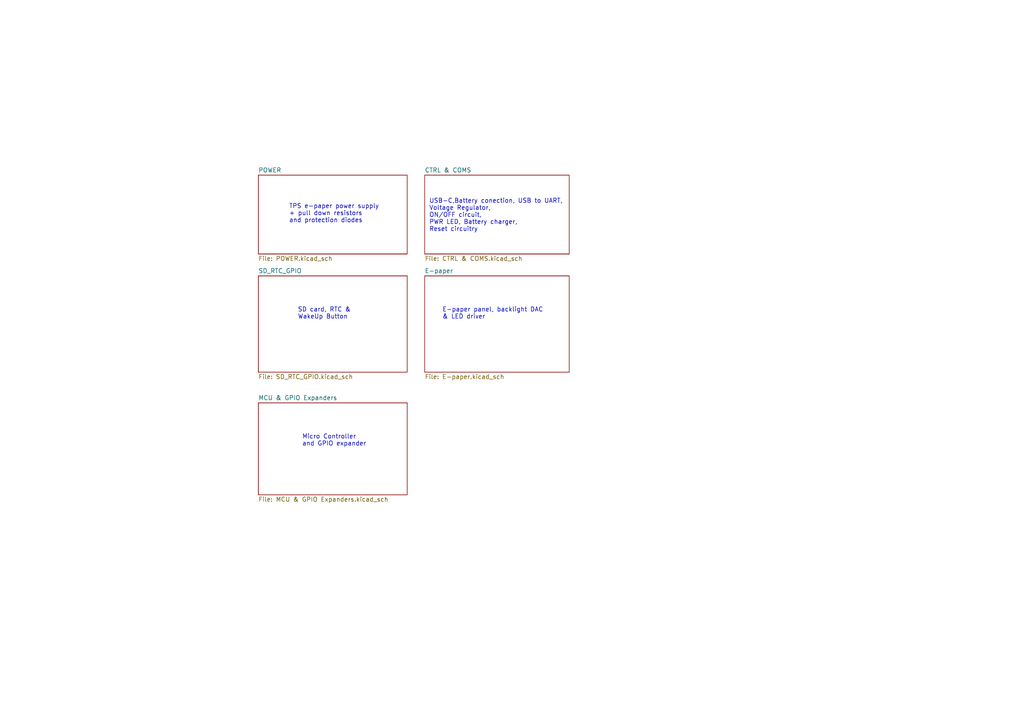
<source format=kicad_sch>
(kicad_sch (version 20211123) (generator eeschema)

  (uuid e63e39d7-6ac0-4ffd-8aa3-1841a4541b55)

  (paper "A4")

  (title_block
    (title "Soldered Inkplate 6PLUS")
    (date "2023-07-24")
    (rev "V1.2.1")
    (company "SOLDERED")
    (comment 1 "333235")
  )

  (lib_symbols
  )


  (text "USB-C,Battery conection, USB to UART,\nVoltage Regulator, \nON/OFF circuit, \nPWR LED, Battery charger,\nReset circuitry"
    (at 124.46 67.31 0)
    (effects (font (size 1.27 1.27)) (justify left bottom))
    (uuid 30b9935a-4b00-461b-abbd-6f2ea5754a59)
  )
  (text "TPS e-paper power supply\n+ pull down resistors\nand protection diodes"
    (at 83.82 64.77 0)
    (effects (font (size 1.27 1.27)) (justify left bottom))
    (uuid 582db9a0-2a3a-442d-87be-5b6c25fbe401)
  )
  (text "Micro Controller \nand GPIO expander" (at 87.63 129.54 0)
    (effects (font (size 1.27 1.27)) (justify left bottom))
    (uuid 6bf470bb-0c25-418a-8f61-2ef365930add)
  )
  (text "SD card, RTC &\nWakeUp Button" (at 86.36 92.71 0)
    (effects (font (size 1.27 1.27)) (justify left bottom))
    (uuid da0b93a7-71cb-4f81-b753-ef750e268679)
  )
  (text "E-paper panel, backlight DAC\n& LED driver" (at 128.27 92.71 0)
    (effects (font (size 1.27 1.27)) (justify left bottom))
    (uuid e1967ff5-318a-49c9-8500-9ebe22788127)
  )

  (sheet (at 74.93 80.01) (size 43.18 27.94) (fields_autoplaced)
    (stroke (width 0.1524) (type solid) (color 0 0 0 0))
    (fill (color 0 0 0 0.0000))
    (uuid 35978dfb-eb22-4ecb-8ca6-b91454f2fce3)
    (property "Sheet name" "SD_RTC_GPIO" (id 0) (at 74.93 79.2984 0)
      (effects (font (size 1.27 1.27)) (justify left bottom))
    )
    (property "Sheet file" "SD_RTC_GPIO.kicad_sch" (id 1) (at 74.93 108.5346 0)
      (effects (font (size 1.27 1.27)) (justify left top))
    )
  )

  (sheet (at 74.93 116.84) (size 43.18 26.67) (fields_autoplaced)
    (stroke (width 0.1524) (type solid) (color 0 0 0 0))
    (fill (color 0 0 0 0.0000))
    (uuid 45d5c047-b965-42c1-83e0-3ab2d6d33991)
    (property "Sheet name" "MCU & GPIO Expanders" (id 0) (at 74.93 116.1284 0)
      (effects (font (size 1.27 1.27)) (justify left bottom))
    )
    (property "Sheet file" "MCU & GPIO Expanders.kicad_sch" (id 1) (at 74.93 144.0946 0)
      (effects (font (size 1.27 1.27)) (justify left top))
    )
  )

  (sheet (at 123.19 50.8) (size 41.91 22.86) (fields_autoplaced)
    (stroke (width 0.1524) (type solid) (color 0 0 0 0))
    (fill (color 0 0 0 0.0000))
    (uuid 52e09702-7efd-4a40-a198-17a8cd00b396)
    (property "Sheet name" "CTRL & COMS" (id 0) (at 123.19 50.0884 0)
      (effects (font (size 1.27 1.27)) (justify left bottom))
    )
    (property "Sheet file" "CTRL & COMS.kicad_sch" (id 1) (at 123.19 74.2446 0)
      (effects (font (size 1.27 1.27)) (justify left top))
    )
  )

  (sheet (at 74.93 50.8) (size 43.18 22.86) (fields_autoplaced)
    (stroke (width 0.1524) (type solid) (color 0 0 0 0))
    (fill (color 0 0 0 0.0000))
    (uuid 6316acb7-63a1-40e7-8695-2822d4a240b5)
    (property "Sheet name" "POWER" (id 0) (at 74.93 50.0884 0)
      (effects (font (size 1.27 1.27)) (justify left bottom))
    )
    (property "Sheet file" "POWER.kicad_sch" (id 1) (at 74.93 74.2446 0)
      (effects (font (size 1.27 1.27)) (justify left top))
    )
  )

  (sheet (at 123.19 80.01) (size 41.91 27.94) (fields_autoplaced)
    (stroke (width 0.1524) (type solid) (color 0 0 0 0))
    (fill (color 0 0 0 0.0000))
    (uuid 76d4bf92-edc2-4eda-bcab-e5c0b2f7425c)
    (property "Sheet name" "E-paper" (id 0) (at 123.19 79.2984 0)
      (effects (font (size 1.27 1.27)) (justify left bottom))
    )
    (property "Sheet file" "E-paper.kicad_sch" (id 1) (at 123.19 108.5346 0)
      (effects (font (size 1.27 1.27)) (justify left top))
    )
  )

  (sheet_instances
    (path "/" (page "1"))
    (path "/6316acb7-63a1-40e7-8695-2822d4a240b5" (page "2"))
    (path "/52e09702-7efd-4a40-a198-17a8cd00b396" (page "3"))
    (path "/35978dfb-eb22-4ecb-8ca6-b91454f2fce3" (page "4"))
    (path "/76d4bf92-edc2-4eda-bcab-e5c0b2f7425c" (page "5"))
    (path "/45d5c047-b965-42c1-83e0-3ab2d6d33991" (page "6"))
  )

  (symbol_instances
    (path "/6316acb7-63a1-40e7-8695-2822d4a240b5/b0ddb503-a391-46dd-bf77-8b8b2cf30231"
      (reference "#PWR0101") (unit 1) (value "GND") (footprint "")
    )
    (path "/6316acb7-63a1-40e7-8695-2822d4a240b5/991f0149-2129-43f5-b512-8a3a239e334e"
      (reference "#PWR0102") (unit 1) (value "GND") (footprint "")
    )
    (path "/6316acb7-63a1-40e7-8695-2822d4a240b5/c094e4fa-d1aa-4361-8c19-905d3cdd1317"
      (reference "#PWR0103") (unit 1) (value "3V3-EINK") (footprint "")
    )
    (path "/6316acb7-63a1-40e7-8695-2822d4a240b5/90b3f1d1-8667-4524-9263-02923128af3e"
      (reference "#PWR0104") (unit 1) (value "3V3") (footprint "")
    )
    (path "/6316acb7-63a1-40e7-8695-2822d4a240b5/81867adc-5032-40cc-a9f7-86bcb8dbe1d0"
      (reference "#PWR0105") (unit 1) (value "VDDH") (footprint "")
    )
    (path "/6316acb7-63a1-40e7-8695-2822d4a240b5/d1c47f4a-c594-42e0-8254-4c7964b12ed5"
      (reference "#PWR0106") (unit 1) (value "GND") (footprint "")
    )
    (path "/6316acb7-63a1-40e7-8695-2822d4a240b5/9d51daf4-97ca-45bc-9d5c-2bfcfaf6875d"
      (reference "#PWR0107") (unit 1) (value "VPOS") (footprint "")
    )
    (path "/6316acb7-63a1-40e7-8695-2822d4a240b5/f8ffdbf9-0674-41ec-af69-a8c71090d156"
      (reference "#PWR0108") (unit 1) (value "GND") (footprint "")
    )
    (path "/6316acb7-63a1-40e7-8695-2822d4a240b5/8e299ddc-1f56-4137-a8ec-cd5521d55593"
      (reference "#PWR0109") (unit 1) (value "GND") (footprint "")
    )
    (path "/6316acb7-63a1-40e7-8695-2822d4a240b5/8f600e15-43ff-418a-b10d-266b258e7e96"
      (reference "#PWR0110") (unit 1) (value "GND") (footprint "")
    )
    (path "/6316acb7-63a1-40e7-8695-2822d4a240b5/bc855ec1-78de-4230-883c-05cffff3c6c7"
      (reference "#PWR0111") (unit 1) (value "VEE") (footprint "")
    )
    (path "/6316acb7-63a1-40e7-8695-2822d4a240b5/67d3073d-728e-4b1f-baea-18126e875c69"
      (reference "#PWR0112") (unit 1) (value "VBAT") (footprint "")
    )
    (path "/6316acb7-63a1-40e7-8695-2822d4a240b5/4770ef60-21bb-4d72-93b1-855cef6e8fb9"
      (reference "#PWR0113") (unit 1) (value "VEE") (footprint "")
    )
    (path "/6316acb7-63a1-40e7-8695-2822d4a240b5/1b2afd57-d1a0-4fee-a173-2bd4ec4407d2"
      (reference "#PWR0114") (unit 1) (value "VPOS") (footprint "")
    )
    (path "/6316acb7-63a1-40e7-8695-2822d4a240b5/9dd515c6-dfd3-4fc5-abe2-a9b8d2b98a2f"
      (reference "#PWR0115") (unit 1) (value "GND") (footprint "")
    )
    (path "/6316acb7-63a1-40e7-8695-2822d4a240b5/9a441871-eb22-4c72-ac35-2200feab42b2"
      (reference "#PWR0116") (unit 1) (value "GND") (footprint "")
    )
    (path "/6316acb7-63a1-40e7-8695-2822d4a240b5/dc4521ca-d1c3-45ae-ba8c-684a1c8feba3"
      (reference "#PWR0117") (unit 1) (value "GND") (footprint "")
    )
    (path "/6316acb7-63a1-40e7-8695-2822d4a240b5/4be1cee2-a15e-46bb-b636-7b7b95d7450e"
      (reference "#PWR0118") (unit 1) (value "GND") (footprint "")
    )
    (path "/6316acb7-63a1-40e7-8695-2822d4a240b5/2c9ee86e-12b4-45ae-ab79-c8633209abf2"
      (reference "#PWR0119") (unit 1) (value "GND") (footprint "")
    )
    (path "/6316acb7-63a1-40e7-8695-2822d4a240b5/73d427d5-9182-4b65-a364-5c457d6762a9"
      (reference "#PWR0120") (unit 1) (value "VIN") (footprint "")
    )
    (path "/6316acb7-63a1-40e7-8695-2822d4a240b5/8d7b65f4-0311-4f29-b834-3006df46024f"
      (reference "#PWR0121") (unit 1) (value "GND") (footprint "")
    )
    (path "/6316acb7-63a1-40e7-8695-2822d4a240b5/e0ee2b78-a7d5-4d4c-a1fc-68c32aabe149"
      (reference "#PWR0122") (unit 1) (value "GND") (footprint "")
    )
    (path "/6316acb7-63a1-40e7-8695-2822d4a240b5/01e988da-5e38-4b10-bd0b-4c6b0b7ce455"
      (reference "#PWR0123") (unit 1) (value "VIN") (footprint "")
    )
    (path "/6316acb7-63a1-40e7-8695-2822d4a240b5/dc4d8133-067d-42ec-b8cf-0b00dfb778ed"
      (reference "#PWR0124") (unit 1) (value "3V3-EINK") (footprint "")
    )
    (path "/6316acb7-63a1-40e7-8695-2822d4a240b5/eb1920c2-67c1-466a-a7c9-b984b617ff6a"
      (reference "#PWR0125") (unit 1) (value "VDDH") (footprint "")
    )
    (path "/6316acb7-63a1-40e7-8695-2822d4a240b5/0a2861c7-a509-4461-8924-97e0675c528b"
      (reference "#PWR0126") (unit 1) (value "VNEG") (footprint "")
    )
    (path "/6316acb7-63a1-40e7-8695-2822d4a240b5/1aa53683-ba4d-40df-8cc3-e8392bbe7ccf"
      (reference "#PWR0127") (unit 1) (value "GND") (footprint "")
    )
    (path "/6316acb7-63a1-40e7-8695-2822d4a240b5/a45442c0-9d21-4a39-a146-5bb8a82144a3"
      (reference "#PWR0128") (unit 1) (value "GND") (footprint "")
    )
    (path "/6316acb7-63a1-40e7-8695-2822d4a240b5/812d2ca1-8c48-4632-b96d-c9548abee016"
      (reference "#PWR0129") (unit 1) (value "GND") (footprint "")
    )
    (path "/6316acb7-63a1-40e7-8695-2822d4a240b5/8448f352-f1bb-4708-bec2-ee186f93b1f0"
      (reference "#PWR0130") (unit 1) (value "VNEG") (footprint "")
    )
    (path "/6316acb7-63a1-40e7-8695-2822d4a240b5/5b6e3898-e35c-47cc-80c8-3557bc05e685"
      (reference "#PWR0131") (unit 1) (value "VDDH") (footprint "")
    )
    (path "/6316acb7-63a1-40e7-8695-2822d4a240b5/9bc91da0-0930-40c9-a428-f11be139eb12"
      (reference "#PWR0132") (unit 1) (value "VPOS") (footprint "")
    )
    (path "/6316acb7-63a1-40e7-8695-2822d4a240b5/264e210d-d194-4e6c-8665-824968b65c33"
      (reference "#PWR0133") (unit 1) (value "VEE") (footprint "")
    )
    (path "/6316acb7-63a1-40e7-8695-2822d4a240b5/2a38ac1a-d81c-483d-ad7a-b9b1b9098892"
      (reference "#PWR0134") (unit 1) (value "GND") (footprint "")
    )
    (path "/6316acb7-63a1-40e7-8695-2822d4a240b5/0c4fafd9-d3fa-455c-b2df-8d52afcfa20a"
      (reference "#PWR0135") (unit 1) (value "GND") (footprint "")
    )
    (path "/6316acb7-63a1-40e7-8695-2822d4a240b5/74b5b296-9fe7-44d8-86e8-7daabc6561b1"
      (reference "#PWR0136") (unit 1) (value "GND") (footprint "")
    )
    (path "/6316acb7-63a1-40e7-8695-2822d4a240b5/2a6458b5-6846-4a03-b0c8-4671bc486c50"
      (reference "#PWR0137") (unit 1) (value "GND") (footprint "")
    )
    (path "/6316acb7-63a1-40e7-8695-2822d4a240b5/ab5396f8-427c-4e37-9624-94ce7126d8c1"
      (reference "#PWR0138") (unit 1) (value "GND") (footprint "")
    )
    (path "/6316acb7-63a1-40e7-8695-2822d4a240b5/eabe0016-fe55-4724-9783-2ffeb63a65e3"
      (reference "#PWR0139") (unit 1) (value "VEE") (footprint "")
    )
    (path "/6316acb7-63a1-40e7-8695-2822d4a240b5/e94817df-7d70-47d0-862c-8c59dfc32761"
      (reference "#PWR0140") (unit 1) (value "VIN") (footprint "")
    )
    (path "/6316acb7-63a1-40e7-8695-2822d4a240b5/be957946-3830-4060-abd8-5d63e0456e40"
      (reference "#PWR0141") (unit 1) (value "GND") (footprint "")
    )
    (path "/6316acb7-63a1-40e7-8695-2822d4a240b5/93cf61f6-0eae-4b9b-b38e-acc536badde7"
      (reference "#PWR0142") (unit 1) (value "GND") (footprint "")
    )
    (path "/6316acb7-63a1-40e7-8695-2822d4a240b5/317e242a-fc94-41fd-8e86-30d2c1650759"
      (reference "#PWR0143") (unit 1) (value "GND") (footprint "")
    )
    (path "/6316acb7-63a1-40e7-8695-2822d4a240b5/117e929d-f17d-489e-a8a3-0b1dce8999e7"
      (reference "#PWR0144") (unit 1) (value "GND") (footprint "")
    )
    (path "/6316acb7-63a1-40e7-8695-2822d4a240b5/ecd41174-78ae-4151-b616-64312a115550"
      (reference "#PWR0145") (unit 1) (value "VIN") (footprint "")
    )
    (path "/6316acb7-63a1-40e7-8695-2822d4a240b5/226355de-58e6-4382-b81d-eb5574981c21"
      (reference "#PWR0146") (unit 1) (value "GND") (footprint "")
    )
    (path "/6316acb7-63a1-40e7-8695-2822d4a240b5/c8084700-da0b-4f3d-8d31-eb8274d37f09"
      (reference "#PWR0147") (unit 1) (value "3V3") (footprint "")
    )
    (path "/6316acb7-63a1-40e7-8695-2822d4a240b5/f1f40757-99be-430a-a844-42d9f7a7618a"
      (reference "#PWR0148") (unit 1) (value "VNEG") (footprint "")
    )
    (path "/6316acb7-63a1-40e7-8695-2822d4a240b5/43960603-6f03-4246-ba13-648b6d096591"
      (reference "#PWR0149") (unit 1) (value "3V3-EINK") (footprint "")
    )
    (path "/6316acb7-63a1-40e7-8695-2822d4a240b5/5a3e906c-8829-4cd7-88d7-2202ab435138"
      (reference "#PWR0150") (unit 1) (value "VDDH") (footprint "")
    )
    (path "/6316acb7-63a1-40e7-8695-2822d4a240b5/e0b09194-c95a-4fcd-af7c-326f7d8dc882"
      (reference "#PWR0151") (unit 1) (value "VPOS") (footprint "")
    )
    (path "/6316acb7-63a1-40e7-8695-2822d4a240b5/cc443870-95c4-4c31-882a-1c3fbcf7b0c2"
      (reference "#PWR0152") (unit 1) (value "GND") (footprint "")
    )
    (path "/6316acb7-63a1-40e7-8695-2822d4a240b5/936cb7dc-ecc2-4e38-b2c3-213cab68d06b"
      (reference "#PWR0153") (unit 1) (value "GND") (footprint "")
    )
    (path "/6316acb7-63a1-40e7-8695-2822d4a240b5/af29f1af-4417-4f22-a8c5-39ca9003935d"
      (reference "#PWR0154") (unit 1) (value "GND") (footprint "")
    )
    (path "/6316acb7-63a1-40e7-8695-2822d4a240b5/f2c46314-84ea-4f10-8742-a38a82344d5e"
      (reference "#PWR0155") (unit 1) (value "VNEG") (footprint "")
    )
    (path "/6316acb7-63a1-40e7-8695-2822d4a240b5/b1bf0979-c741-4128-a9bf-b3f4110bbcb0"
      (reference "#PWR0156") (unit 1) (value "GND") (footprint "")
    )
    (path "/52e09702-7efd-4a40-a198-17a8cd00b396/b4167ae5-787c-4566-8a6c-d3147ed8f508"
      (reference "#PWR0157") (unit 1) (value "VBAT") (footprint "")
    )
    (path "/52e09702-7efd-4a40-a198-17a8cd00b396/315c9ca5-e05c-44bb-9d88-30d1f8620bc4"
      (reference "#PWR0158") (unit 1) (value "GND") (footprint "")
    )
    (path "/52e09702-7efd-4a40-a198-17a8cd00b396/98965265-c044-4b8a-a367-a13c2b9f2701"
      (reference "#PWR0159") (unit 1) (value "GND") (footprint "")
    )
    (path "/52e09702-7efd-4a40-a198-17a8cd00b396/642307cf-6600-4686-a184-bb9b81680c9a"
      (reference "#PWR0160") (unit 1) (value "GND") (footprint "")
    )
    (path "/52e09702-7efd-4a40-a198-17a8cd00b396/13b9607d-c3ef-495b-8916-1feeba3351f9"
      (reference "#PWR0161") (unit 1) (value "GND") (footprint "")
    )
    (path "/52e09702-7efd-4a40-a198-17a8cd00b396/1ee3d08b-5e97-4ce8-b412-2bbe0821003f"
      (reference "#PWR0162") (unit 1) (value "VUSB") (footprint "")
    )
    (path "/52e09702-7efd-4a40-a198-17a8cd00b396/b38b3f9b-98af-4f6d-98dd-483e2b1839fd"
      (reference "#PWR0163") (unit 1) (value "GND") (footprint "")
    )
    (path "/52e09702-7efd-4a40-a198-17a8cd00b396/725e2803-fd0e-4be9-a5a4-b698ae701e2a"
      (reference "#PWR0164") (unit 1) (value "GND") (footprint "")
    )
    (path "/52e09702-7efd-4a40-a198-17a8cd00b396/e57e5a80-f406-4c46-b2ae-48de8b49ae28"
      (reference "#PWR0165") (unit 1) (value "GND") (footprint "")
    )
    (path "/52e09702-7efd-4a40-a198-17a8cd00b396/65a16ee7-eda9-4794-8f31-73e4784361b4"
      (reference "#PWR0166") (unit 1) (value "GND") (footprint "")
    )
    (path "/52e09702-7efd-4a40-a198-17a8cd00b396/b4e563bd-148a-4797-96e5-0abdb0c87cd3"
      (reference "#PWR0167") (unit 1) (value "VUSB") (footprint "")
    )
    (path "/52e09702-7efd-4a40-a198-17a8cd00b396/402d68a7-6161-42cc-a839-64b31eb968ea"
      (reference "#PWR0168") (unit 1) (value "GND") (footprint "")
    )
    (path "/52e09702-7efd-4a40-a198-17a8cd00b396/f50d7007-15d5-46d7-ab4c-b418c40819bc"
      (reference "#PWR0169") (unit 1) (value "VUSB") (footprint "")
    )
    (path "/52e09702-7efd-4a40-a198-17a8cd00b396/3e7976ab-08d5-4f94-96bb-1aa9d813b132"
      (reference "#PWR0170") (unit 1) (value "VBAT") (footprint "")
    )
    (path "/52e09702-7efd-4a40-a198-17a8cd00b396/a543086b-07d8-4162-8dd9-49fac573aa7b"
      (reference "#PWR0171") (unit 1) (value "GND") (footprint "")
    )
    (path "/52e09702-7efd-4a40-a198-17a8cd00b396/5744e509-48c8-4c58-8c9e-a2f96df0d54c"
      (reference "#PWR0172") (unit 1) (value "GND") (footprint "")
    )
    (path "/52e09702-7efd-4a40-a198-17a8cd00b396/e037cc7a-bec7-4505-9bf4-4dd4788f9d38"
      (reference "#PWR0173") (unit 1) (value "VUSB") (footprint "")
    )
    (path "/52e09702-7efd-4a40-a198-17a8cd00b396/d7885b9b-5d9f-4fb6-b9e7-9c645d50f9b5"
      (reference "#PWR0174") (unit 1) (value "VBAT") (footprint "")
    )
    (path "/52e09702-7efd-4a40-a198-17a8cd00b396/0ada5c22-bd96-4c02-8c08-3bc1eee1c9bf"
      (reference "#PWR0175") (unit 1) (value "VBAT") (footprint "")
    )
    (path "/52e09702-7efd-4a40-a198-17a8cd00b396/5f4fdf21-0860-40eb-aa5f-d03b819ea335"
      (reference "#PWR0176") (unit 1) (value "GND") (footprint "")
    )
    (path "/52e09702-7efd-4a40-a198-17a8cd00b396/2201cb69-5629-4a77-a789-5605223bbf8b"
      (reference "#PWR0177") (unit 1) (value "GND") (footprint "")
    )
    (path "/52e09702-7efd-4a40-a198-17a8cd00b396/f302893e-75ec-4c1d-b900-0bcf1b838e2e"
      (reference "#PWR0178") (unit 1) (value "3V3") (footprint "")
    )
    (path "/52e09702-7efd-4a40-a198-17a8cd00b396/5e132854-e527-473a-ba69-be966c278430"
      (reference "#PWR0179") (unit 1) (value "GND") (footprint "")
    )
    (path "/52e09702-7efd-4a40-a198-17a8cd00b396/93d0c0f8-ef11-485e-b7de-bb4228938c79"
      (reference "#PWR0180") (unit 1) (value "GND") (footprint "")
    )
    (path "/52e09702-7efd-4a40-a198-17a8cd00b396/d898c473-519a-4f94-98cf-bcb110204a27"
      (reference "#PWR0181") (unit 1) (value "3V3") (footprint "")
    )
    (path "/52e09702-7efd-4a40-a198-17a8cd00b396/ed6f15be-23bd-4184-9a19-cf02a4499c42"
      (reference "#PWR0182") (unit 1) (value "GND") (footprint "")
    )
    (path "/52e09702-7efd-4a40-a198-17a8cd00b396/baa40f50-b423-496b-a0d4-d95dd791c44d"
      (reference "#PWR0183") (unit 1) (value "GND") (footprint "")
    )
    (path "/52e09702-7efd-4a40-a198-17a8cd00b396/59921764-dd38-4cf2-8956-d27183054e3e"
      (reference "#PWR0184") (unit 1) (value "VBAT") (footprint "")
    )
    (path "/52e09702-7efd-4a40-a198-17a8cd00b396/f7a962e1-cbbd-4fb3-905d-849587a40cd7"
      (reference "#PWR0185") (unit 1) (value "VIN") (footprint "")
    )
    (path "/52e09702-7efd-4a40-a198-17a8cd00b396/6b789125-f979-4566-8674-4bd580c1527f"
      (reference "#PWR0186") (unit 1) (value "VUSB") (footprint "")
    )
    (path "/52e09702-7efd-4a40-a198-17a8cd00b396/3b8b2f00-4a7d-4abc-9bc3-54f2ef52080d"
      (reference "#PWR0187") (unit 1) (value "GND") (footprint "")
    )
    (path "/52e09702-7efd-4a40-a198-17a8cd00b396/7b4b1c29-e16e-4668-8e58-9732655076a5"
      (reference "#PWR0188") (unit 1) (value "GND") (footprint "")
    )
    (path "/52e09702-7efd-4a40-a198-17a8cd00b396/1e3b534f-d69f-4273-ac1a-07ebd1da60ee"
      (reference "#PWR0189") (unit 1) (value "VIN") (footprint "")
    )
    (path "/52e09702-7efd-4a40-a198-17a8cd00b396/1ebfb8b4-7cff-4529-9ddf-b1e8614d2984"
      (reference "#PWR0190") (unit 1) (value "VIN") (footprint "")
    )
    (path "/52e09702-7efd-4a40-a198-17a8cd00b396/b4617f09-f65c-43da-b492-55da0a91aeae"
      (reference "#PWR0191") (unit 1) (value "GND") (footprint "")
    )
    (path "/52e09702-7efd-4a40-a198-17a8cd00b396/84abc596-eb84-4327-8ff3-7c345faf83f7"
      (reference "#PWR0192") (unit 1) (value "GND") (footprint "")
    )
    (path "/52e09702-7efd-4a40-a198-17a8cd00b396/e4d08b27-71c6-4307-b717-ac40029986d8"
      (reference "#PWR0193") (unit 1) (value "3V3") (footprint "")
    )
    (path "/52e09702-7efd-4a40-a198-17a8cd00b396/9e9a0656-6fb0-4db2-806a-b445584e62a5"
      (reference "#PWR0194") (unit 1) (value "3V3") (footprint "")
    )
    (path "/52e09702-7efd-4a40-a198-17a8cd00b396/1a2cca98-d563-4545-b936-036b910e36ae"
      (reference "#PWR0195") (unit 1) (value "3V3") (footprint "")
    )
    (path "/52e09702-7efd-4a40-a198-17a8cd00b396/f5617141-6459-4017-83bd-085dcc0dbaa8"
      (reference "#PWR0196") (unit 1) (value "GND") (footprint "")
    )
    (path "/52e09702-7efd-4a40-a198-17a8cd00b396/51e422c5-342e-48fb-a8a3-6a1c5f037b1e"
      (reference "#PWR0197") (unit 1) (value "GND") (footprint "")
    )
    (path "/52e09702-7efd-4a40-a198-17a8cd00b396/7db77533-d79d-4ea6-b83c-bfcd6cdae0e2"
      (reference "#PWR0198") (unit 1) (value "GND") (footprint "")
    )
    (path "/52e09702-7efd-4a40-a198-17a8cd00b396/eb2e0d38-c5d6-4cc6-98e6-b5a864e70bed"
      (reference "#PWR0199") (unit 1) (value "GND") (footprint "")
    )
    (path "/52e09702-7efd-4a40-a198-17a8cd00b396/a300beee-707d-49f0-93c0-40254aea715b"
      (reference "#PWR0200") (unit 1) (value "GND") (footprint "")
    )
    (path "/52e09702-7efd-4a40-a198-17a8cd00b396/4a942033-4cea-4308-b87e-ca01166e0994"
      (reference "#PWR0201") (unit 1) (value "GND") (footprint "")
    )
    (path "/52e09702-7efd-4a40-a198-17a8cd00b396/7ec0a6fe-a19b-4013-846d-6778e178b932"
      (reference "#PWR0202") (unit 1) (value "3V3") (footprint "")
    )
    (path "/52e09702-7efd-4a40-a198-17a8cd00b396/c2fbcdc7-2f42-4c8d-884c-c3afad90b011"
      (reference "#PWR0203") (unit 1) (value "GND") (footprint "")
    )
    (path "/52e09702-7efd-4a40-a198-17a8cd00b396/07c841ec-3e6f-4434-859d-55e953afda2b"
      (reference "#PWR0204") (unit 1) (value "3V3") (footprint "")
    )
    (path "/35978dfb-eb22-4ecb-8ca6-b91454f2fce3/05f4eff1-02fe-43c1-9ad8-bce808bd27c4"
      (reference "#PWR0205") (unit 1) (value "GND") (footprint "")
    )
    (path "/35978dfb-eb22-4ecb-8ca6-b91454f2fce3/f71acd28-5c0f-4737-a3a2-8fe52254eb81"
      (reference "#PWR0206") (unit 1) (value "GND") (footprint "")
    )
    (path "/45d5c047-b965-42c1-83e0-3ab2d6d33991/848e6c60-8509-4c49-8f79-e2650c519a8f"
      (reference "#PWR0207") (unit 1) (value "3V3") (footprint "")
    )
    (path "/35978dfb-eb22-4ecb-8ca6-b91454f2fce3/0217fe58-f616-4527-bf8e-4bc9b9472f3a"
      (reference "#PWR0208") (unit 1) (value "3V3") (footprint "")
    )
    (path "/35978dfb-eb22-4ecb-8ca6-b91454f2fce3/ecf67e59-0f8e-4756-9a5c-c4a5aa2ceed0"
      (reference "#PWR0209") (unit 1) (value "GND") (footprint "")
    )
    (path "/35978dfb-eb22-4ecb-8ca6-b91454f2fce3/de1cfd7c-318f-4d89-ab17-c444ea0aa266"
      (reference "#PWR0210") (unit 1) (value "GND") (footprint "")
    )
    (path "/35978dfb-eb22-4ecb-8ca6-b91454f2fce3/42bcded6-6802-4b1c-a9a7-30a9314a5805"
      (reference "#PWR0211") (unit 1) (value "3V3") (footprint "")
    )
    (path "/35978dfb-eb22-4ecb-8ca6-b91454f2fce3/89cb9c0f-b2c4-4546-b1af-a7b0f95e1513"
      (reference "#PWR0212") (unit 1) (value "GND") (footprint "")
    )
    (path "/35978dfb-eb22-4ecb-8ca6-b91454f2fce3/727b7d3e-63fc-4631-a702-35c1e7bf47ad"
      (reference "#PWR0213") (unit 1) (value "3V3") (footprint "")
    )
    (path "/35978dfb-eb22-4ecb-8ca6-b91454f2fce3/9093e0e1-a064-4125-ad4c-e0c9878d3db7"
      (reference "#PWR0214") (unit 1) (value "GND") (footprint "")
    )
    (path "/35978dfb-eb22-4ecb-8ca6-b91454f2fce3/d13e1c22-0850-4bee-b492-de41720d7cfe"
      (reference "#PWR0215") (unit 1) (value "GND") (footprint "")
    )
    (path "/76d4bf92-edc2-4eda-bcab-e5c0b2f7425c/ed696486-e1f5-4831-a61c-50e046c63e81"
      (reference "#PWR0216") (unit 1) (value "GND") (footprint "")
    )
    (path "/76d4bf92-edc2-4eda-bcab-e5c0b2f7425c/60837f00-7d61-4478-b0cf-a89a2dc0024f"
      (reference "#PWR0217") (unit 1) (value "VPOS") (footprint "")
    )
    (path "/76d4bf92-edc2-4eda-bcab-e5c0b2f7425c/343645f1-3868-4ea9-9457-7a9101f44d24"
      (reference "#PWR0218") (unit 1) (value "VDDH") (footprint "")
    )
    (path "/76d4bf92-edc2-4eda-bcab-e5c0b2f7425c/214e5e78-3d9c-4a58-b643-8347cc7889f8"
      (reference "#PWR0219") (unit 1) (value "GND") (footprint "")
    )
    (path "/76d4bf92-edc2-4eda-bcab-e5c0b2f7425c/c58f4bea-6b61-49d3-8fef-0c3af44c9ce2"
      (reference "#PWR0220") (unit 1) (value "GND") (footprint "")
    )
    (path "/76d4bf92-edc2-4eda-bcab-e5c0b2f7425c/c020c2f0-46f7-4e2d-9b37-4b3306de48a9"
      (reference "#PWR0221") (unit 1) (value "VDDH") (footprint "")
    )
    (path "/76d4bf92-edc2-4eda-bcab-e5c0b2f7425c/b5c81938-67ba-4b2f-82c4-6bf73d4fa7a1"
      (reference "#PWR0222") (unit 1) (value "GND") (footprint "")
    )
    (path "/76d4bf92-edc2-4eda-bcab-e5c0b2f7425c/f3db00b7-0825-4f69-a8d8-96c20a8cd49e"
      (reference "#PWR0223") (unit 1) (value "VIN") (footprint "")
    )
    (path "/76d4bf92-edc2-4eda-bcab-e5c0b2f7425c/8fc2dc25-1c8b-4f0e-9472-bc36423d75f4"
      (reference "#PWR0224") (unit 1) (value "GND") (footprint "")
    )
    (path "/76d4bf92-edc2-4eda-bcab-e5c0b2f7425c/0da748b1-f292-47a8-887b-53d007706c5b"
      (reference "#PWR0225") (unit 1) (value "GND") (footprint "")
    )
    (path "/76d4bf92-edc2-4eda-bcab-e5c0b2f7425c/f864f565-ef11-4e5a-95f6-d8440cf00d40"
      (reference "#PWR0226") (unit 1) (value "3V3-EINK") (footprint "")
    )
    (path "/76d4bf92-edc2-4eda-bcab-e5c0b2f7425c/955e2a20-698d-4df9-af50-18f59c2d27bb"
      (reference "#PWR0227") (unit 1) (value "GND") (footprint "")
    )
    (path "/76d4bf92-edc2-4eda-bcab-e5c0b2f7425c/c9b84013-125d-4057-866e-7a947327bc35"
      (reference "#PWR0228") (unit 1) (value "GND") (footprint "")
    )
    (path "/76d4bf92-edc2-4eda-bcab-e5c0b2f7425c/dfc39ab0-3a43-4e57-a765-d4aa633aa961"
      (reference "#PWR0229") (unit 1) (value "3V3-EINK") (footprint "")
    )
    (path "/76d4bf92-edc2-4eda-bcab-e5c0b2f7425c/a2740017-2765-4a4e-8c36-dfa14dfae674"
      (reference "#PWR0230") (unit 1) (value "VNEG") (footprint "")
    )
    (path "/76d4bf92-edc2-4eda-bcab-e5c0b2f7425c/457a8408-30ed-4411-a76a-a4c1ee80fbbb"
      (reference "#PWR0231") (unit 1) (value "3V3-EINK") (footprint "")
    )
    (path "/76d4bf92-edc2-4eda-bcab-e5c0b2f7425c/8ee022f6-48e6-4073-93c1-23afc1e43caf"
      (reference "#PWR0232") (unit 1) (value "GND") (footprint "")
    )
    (path "/76d4bf92-edc2-4eda-bcab-e5c0b2f7425c/f642a8bd-e35b-4cf0-8c9e-c24cf448f61a"
      (reference "#PWR0233") (unit 1) (value "GND") (footprint "")
    )
    (path "/76d4bf92-edc2-4eda-bcab-e5c0b2f7425c/567a5083-4d1a-40a3-8ba6-0a94e8fe506b"
      (reference "#PWR0234") (unit 1) (value "VEE") (footprint "")
    )
    (path "/76d4bf92-edc2-4eda-bcab-e5c0b2f7425c/2fe13396-1be8-4f7e-96a0-87e6e9daa8bf"
      (reference "#PWR0235") (unit 1) (value "GND") (footprint "")
    )
    (path "/76d4bf92-edc2-4eda-bcab-e5c0b2f7425c/b31d641d-0a28-4625-9098-6277b12fdc69"
      (reference "#PWR0236") (unit 1) (value "3V3") (footprint "")
    )
    (path "/76d4bf92-edc2-4eda-bcab-e5c0b2f7425c/619eefaf-a4e2-47aa-90f2-7885c9f0cb99"
      (reference "#PWR0237") (unit 1) (value "GND") (footprint "")
    )
    (path "/76d4bf92-edc2-4eda-bcab-e5c0b2f7425c/9d99fd51-24e8-4b04-9c6a-8939bd67926b"
      (reference "#PWR0238") (unit 1) (value "GND") (footprint "")
    )
    (path "/76d4bf92-edc2-4eda-bcab-e5c0b2f7425c/e58945e2-9975-4f96-8107-1128f2f2f012"
      (reference "#PWR0239") (unit 1) (value "GND") (footprint "")
    )
    (path "/45d5c047-b965-42c1-83e0-3ab2d6d33991/b2ceed43-7742-4d7b-952b-e9f0baa07a34"
      (reference "#PWR0240") (unit 1) (value "3V3") (footprint "")
    )
    (path "/45d5c047-b965-42c1-83e0-3ab2d6d33991/e1a8c1e5-812e-4050-a08a-8a4e714d1384"
      (reference "#PWR0241") (unit 1) (value "3V3") (footprint "")
    )
    (path "/45d5c047-b965-42c1-83e0-3ab2d6d33991/a6c784ab-e42e-4da6-a210-c287248ffc02"
      (reference "#PWR0242") (unit 1) (value "GND") (footprint "")
    )
    (path "/45d5c047-b965-42c1-83e0-3ab2d6d33991/ca06d114-4e98-454c-b57b-f8ffbb330426"
      (reference "#PWR0243") (unit 1) (value "GND") (footprint "")
    )
    (path "/45d5c047-b965-42c1-83e0-3ab2d6d33991/9ae7af63-bd10-4ecc-b24b-b998f30c212a"
      (reference "#PWR0244") (unit 1) (value "GND") (footprint "")
    )
    (path "/45d5c047-b965-42c1-83e0-3ab2d6d33991/13706dee-cf7f-4dd9-937f-179c86c5a3ae"
      (reference "#PWR0245") (unit 1) (value "3V3") (footprint "")
    )
    (path "/45d5c047-b965-42c1-83e0-3ab2d6d33991/b28d1e63-4f0a-498f-9373-ca3468ac7f56"
      (reference "#PWR0246") (unit 1) (value "GND") (footprint "")
    )
    (path "/45d5c047-b965-42c1-83e0-3ab2d6d33991/1ad0a1d6-b6a3-4ada-81d3-b2e2a902bdd3"
      (reference "#PWR0247") (unit 1) (value "3V3") (footprint "")
    )
    (path "/45d5c047-b965-42c1-83e0-3ab2d6d33991/9cbb922d-b167-4cc5-b498-1442597bbc41"
      (reference "#PWR0248") (unit 1) (value "GND") (footprint "")
    )
    (path "/45d5c047-b965-42c1-83e0-3ab2d6d33991/267c9f1a-8028-4e0b-85d0-1b833d7195b1"
      (reference "#PWR0249") (unit 1) (value "3V3") (footprint "")
    )
    (path "/45d5c047-b965-42c1-83e0-3ab2d6d33991/c5bacf31-d91f-4c39-92f8-f85924475006"
      (reference "#PWR0250") (unit 1) (value "GND") (footprint "")
    )
    (path "/45d5c047-b965-42c1-83e0-3ab2d6d33991/1917a321-9f02-4293-a64f-560082bc5893"
      (reference "#PWR0251") (unit 1) (value "GND") (footprint "")
    )
    (path "/45d5c047-b965-42c1-83e0-3ab2d6d33991/037a78c9-507b-478e-ab4d-9f51a4b3ec4f"
      (reference "#PWR0252") (unit 1) (value "GND") (footprint "")
    )
    (path "/45d5c047-b965-42c1-83e0-3ab2d6d33991/d23694fe-b59c-4ab9-bbd1-aa9986be262a"
      (reference "#PWR0253") (unit 1) (value "3V3") (footprint "")
    )
    (path "/45d5c047-b965-42c1-83e0-3ab2d6d33991/6784831f-9581-4a27-9385-749331eaed9a"
      (reference "#PWR0254") (unit 1) (value "3V3") (footprint "")
    )
    (path "/76d4bf92-edc2-4eda-bcab-e5c0b2f7425c/6d64419c-e339-49a9-af24-c32bc2d918e9"
      (reference "#PWR0255") (unit 1) (value "GND") (footprint "")
    )
    (path "/76d4bf92-edc2-4eda-bcab-e5c0b2f7425c/c80dd7b3-699d-4aed-92ac-e5e86f6ff039"
      (reference "#PWR0256") (unit 1) (value "3V3") (footprint "")
    )
    (path "/76d4bf92-edc2-4eda-bcab-e5c0b2f7425c/d5b798c9-2856-4a0b-95b8-6a0ce774687c"
      (reference "#PWR0257") (unit 1) (value "GND") (footprint "")
    )
    (path "/76d4bf92-edc2-4eda-bcab-e5c0b2f7425c/4a68f70f-e7fd-47d8-a2c9-014bd2ccf437"
      (reference "#PWR0258") (unit 1) (value "GND") (footprint "")
    )
    (path "/76d4bf92-edc2-4eda-bcab-e5c0b2f7425c/939bf2a1-5db0-416d-be55-f815e03ea14a"
      (reference "#PWR0259") (unit 1) (value "GND") (footprint "")
    )
    (path "/76d4bf92-edc2-4eda-bcab-e5c0b2f7425c/4d25ac2f-02da-462c-8204-2424d9954741"
      (reference "#PWR0260") (unit 1) (value "3V3") (footprint "")
    )
    (path "/76d4bf92-edc2-4eda-bcab-e5c0b2f7425c/ce930139-6046-4815-bea9-03e3a4cf10dc"
      (reference "#PWR0261") (unit 1) (value "GND") (footprint "")
    )
    (path "/76d4bf92-edc2-4eda-bcab-e5c0b2f7425c/426eec9b-5c1f-4e7e-b19e-ac6107115511"
      (reference "#PWR0262") (unit 1) (value "GND") (footprint "")
    )
    (path "/76d4bf92-edc2-4eda-bcab-e5c0b2f7425c/2da7c371-d2cc-4d9b-8462-59da804b1734"
      (reference "#PWR0263") (unit 1) (value "VNEG") (footprint "")
    )
    (path "/76d4bf92-edc2-4eda-bcab-e5c0b2f7425c/36068607-22e2-4156-ba7e-cd45aff11ed1"
      (reference "#PWR0264") (unit 1) (value "VEE") (footprint "")
    )
    (path "/76d4bf92-edc2-4eda-bcab-e5c0b2f7425c/3aebc9ea-5906-43b1-9287-04e17ba86517"
      (reference "#PWR0265") (unit 1) (value "GND") (footprint "")
    )
    (path "/76d4bf92-edc2-4eda-bcab-e5c0b2f7425c/696cd06a-a11a-43c8-944e-f9c691b68a5d"
      (reference "#PWR0266") (unit 1) (value "GND") (footprint "")
    )
    (path "/45d5c047-b965-42c1-83e0-3ab2d6d33991/91ba5ac8-10d9-43c2-a856-bf654af23d5e"
      (reference "#PWR0267") (unit 1) (value "3V3") (footprint "")
    )
    (path "/45d5c047-b965-42c1-83e0-3ab2d6d33991/98ba5ee4-118c-4dc5-a3b4-50d6a79c21bf"
      (reference "#PWR0268") (unit 1) (value "3V3") (footprint "")
    )
    (path "/45d5c047-b965-42c1-83e0-3ab2d6d33991/7e1b1096-2146-438c-9cd2-3da5477b48ed"
      (reference "#PWR0269") (unit 1) (value "GND") (footprint "")
    )
    (path "/45d5c047-b965-42c1-83e0-3ab2d6d33991/6964e12d-05fa-4bf3-bebe-00623e52f408"
      (reference "#PWR0270") (unit 1) (value "GND") (footprint "")
    )
    (path "/76d4bf92-edc2-4eda-bcab-e5c0b2f7425c/659ab7b0-2c55-4fe6-a021-b6cbea7e061c"
      (reference "#PWR0271") (unit 1) (value "VPOS") (footprint "")
    )
    (path "/52e09702-7efd-4a40-a198-17a8cd00b396/665f88de-3214-491f-b22d-c02851ca3460"
      (reference "#PWR0272") (unit 1) (value "VIN") (footprint "")
    )
    (path "/35978dfb-eb22-4ecb-8ca6-b91454f2fce3/376ace33-373e-4df7-a76b-2544bf5b1f2b"
      (reference "#PWR0273") (unit 1) (value "3V3") (footprint "")
    )
    (path "/45d5c047-b965-42c1-83e0-3ab2d6d33991/d6f545f2-87fb-4792-bb46-df4b568c7ff2"
      (reference "#PWR0274") (unit 1) (value "GND") (footprint "")
    )
    (path "/35978dfb-eb22-4ecb-8ca6-b91454f2fce3/717ef8bf-c6ca-49a0-8ddc-bbf9cb02aa75"
      (reference "#PWR0275") (unit 1) (value "3V3") (footprint "")
    )
    (path "/6316acb7-63a1-40e7-8695-2822d4a240b5/08fd7e94-533c-4672-b0b6-e35524f77fc7"
      (reference "C1") (unit 1) (value "4u7-TMK212AB7475KG-T") (footprint "e-radionica.com footprinti:0805C")
    )
    (path "/6316acb7-63a1-40e7-8695-2822d4a240b5/733796da-2bd8-4827-be0b-afc762dbe96a"
      (reference "C2") (unit 1) (value "4u7-TMK212AB7475KG-T") (footprint "e-radionica.com footprinti:0805C")
    )
    (path "/6316acb7-63a1-40e7-8695-2822d4a240b5/82a4bcad-171d-4f28-b966-050071838323"
      (reference "C3") (unit 1) (value "4u7-TMK212AB7475KG-T") (footprint "e-radionica.com footprinti:0805C")
    )
    (path "/6316acb7-63a1-40e7-8695-2822d4a240b5/daec9243-216f-4032-9d7e-587a22f5d8c9"
      (reference "C4") (unit 1) (value "4u7-TMK212AB7475KG-T") (footprint "e-radionica.com footprinti:0805C")
    )
    (path "/6316acb7-63a1-40e7-8695-2822d4a240b5/96cab6bc-d6be-4013-bf8e-f78d0086dc30"
      (reference "C5") (unit 1) (value "10u-GRM188R61E106KA73J") (footprint "e-radionica.com footprinti:0603C")
    )
    (path "/6316acb7-63a1-40e7-8695-2822d4a240b5/b3112930-2252-4a44-8c7c-f20c5d6954e7"
      (reference "C6") (unit 1) (value "4u7-TMK212AB7475KG-T") (footprint "e-radionica.com footprinti:0805C")
    )
    (path "/6316acb7-63a1-40e7-8695-2822d4a240b5/623bb5ab-2557-45e9-a1c1-e98d80212474"
      (reference "C7") (unit 1) (value "4u7-TMK212AB7475KG-T") (footprint "e-radionica.com footprinti:0805C")
    )
    (path "/6316acb7-63a1-40e7-8695-2822d4a240b5/db627d63-05e9-46bb-902d-01de069d222f"
      (reference "C8") (unit 1) (value "10u-GRM188R61E106KA73J") (footprint "e-radionica.com footprinti:0603C")
    )
    (path "/6316acb7-63a1-40e7-8695-2822d4a240b5/f1a7aaa9-1de2-45e2-972a-3fc5609f7a5e"
      (reference "C9") (unit 1) (value "4u7-TMK212AB7475KG-T") (footprint "e-radionica.com footprinti:0805C")
    )
    (path "/6316acb7-63a1-40e7-8695-2822d4a240b5/26f634e2-78b5-4173-b794-737266de1951"
      (reference "C10") (unit 1) (value "10u-GRM188R61E106KA73J") (footprint "e-radionica.com footprinti:0603C")
    )
    (path "/6316acb7-63a1-40e7-8695-2822d4a240b5/aa5ea8c4-0923-4a1c-a2ac-65f097d2fa88"
      (reference "C11") (unit 1) (value "4u7-TMK212AB7475KG-T") (footprint "e-radionica.com footprinti:0805C")
    )
    (path "/6316acb7-63a1-40e7-8695-2822d4a240b5/05ba4d1d-8942-4647-8aa7-b71fa08c0d48"
      (reference "C12") (unit 1) (value "4u7-TMK212AB7475KG-T") (footprint "e-radionica.com footprinti:0805C")
    )
    (path "/6316acb7-63a1-40e7-8695-2822d4a240b5/f0d79b90-9478-4dfc-887f-60d2cfb2b39c"
      (reference "C13") (unit 1) (value "4u7-TMK212AB7475KG-T") (footprint "e-radionica.com footprinti:0805C")
    )
    (path "/6316acb7-63a1-40e7-8695-2822d4a240b5/4e381ca6-c334-4cdf-a8b0-57cfa7c1f652"
      (reference "C14") (unit 1) (value "2u2-GRM188R61E225MA12D") (footprint "e-radionica.com footprinti:0603C")
    )
    (path "/6316acb7-63a1-40e7-8695-2822d4a240b5/d7aa7cc0-ad3c-4865-b37f-852f0b767b74"
      (reference "C15") (unit 1) (value "2u2-GRM188R61E225MA12D") (footprint "e-radionica.com footprinti:0603C")
    )
    (path "/6316acb7-63a1-40e7-8695-2822d4a240b5/532c8cbf-fdd2-43fe-be81-8deae8f0f477"
      (reference "C16") (unit 1) (value "10n-AC0603KRX7R8BB103") (footprint "e-radionica.com footprinti:0603C")
    )
    (path "/6316acb7-63a1-40e7-8695-2822d4a240b5/e4ed55e5-1cb8-43e3-9354-acf98aa8a2a0"
      (reference "C17") (unit 1) (value "10n-AC0603KRX7R8BB103") (footprint "e-radionica.com footprinti:0603C")
    )
    (path "/6316acb7-63a1-40e7-8695-2822d4a240b5/da2675cc-ada3-4c0b-9c03-9334c1009a8c"
      (reference "C18") (unit 1) (value "100n-AC0603KRX7R8BB104") (footprint "e-radionica.com footprinti:0603C")
    )
    (path "/6316acb7-63a1-40e7-8695-2822d4a240b5/b7c8d0aa-544c-4aec-b23f-13caaf02b8c0"
      (reference "C19") (unit 1) (value "100n-AC0603KRX7R8BB104") (footprint "e-radionica.com footprinti:0603C")
    )
    (path "/52e09702-7efd-4a40-a198-17a8cd00b396/720bdd03-60a2-48dc-be0b-aec2f108dfa3"
      (reference "C20") (unit 1) (value "100n") (footprint "e-radionica.com footprinti:0603C")
    )
    (path "/52e09702-7efd-4a40-a198-17a8cd00b396/bded0f50-6214-465a-b733-1518fd638c75"
      (reference "C21") (unit 1) (value "10u") (footprint "e-radionica.com footprinti:1206C")
    )
    (path "/52e09702-7efd-4a40-a198-17a8cd00b396/a32c49b2-0ff9-497b-b570-bb13b52b2247"
      (reference "C22") (unit 1) (value "100n") (footprint "e-radionica.com footprinti:0603C")
    )
    (path "/52e09702-7efd-4a40-a198-17a8cd00b396/5d840475-d9f0-4bf2-b0e4-8743ec09fd27"
      (reference "C23") (unit 1) (value "100n") (footprint "e-radionica.com footprinti:0603C")
    )
    (path "/52e09702-7efd-4a40-a198-17a8cd00b396/7b815994-d7ff-4c30-a826-0fc6d9d61d05"
      (reference "C24") (unit 1) (value "DNP") (footprint "e-radionica.com footprinti:2917C")
    )
    (path "/52e09702-7efd-4a40-a198-17a8cd00b396/b197545b-3e1f-4d45-bb91-94a91e9bed0b"
      (reference "C25") (unit 1) (value "2u2") (footprint "e-radionica.com footprinti:0603C")
    )
    (path "/52e09702-7efd-4a40-a198-17a8cd00b396/851b2d2e-1657-419a-a67d-c279a5d3a66a"
      (reference "C26") (unit 1) (value "2u2") (footprint "e-radionica.com footprinti:0603C")
    )
    (path "/52e09702-7efd-4a40-a198-17a8cd00b396/0f2fb96f-1efd-42c6-bf69-f7bb61d1f63f"
      (reference "C27") (unit 1) (value "2u2") (footprint "e-radionica.com footprinti:0603C")
    )
    (path "/52e09702-7efd-4a40-a198-17a8cd00b396/f0970095-3978-4bcd-84b7-e21de3b0f67f"
      (reference "C28") (unit 1) (value "2u2") (footprint "e-radionica.com footprinti:0603C")
    )
    (path "/52e09702-7efd-4a40-a198-17a8cd00b396/75fabbed-3b83-41c5-9679-1f374a359f85"
      (reference "C29") (unit 1) (value "100n") (footprint "e-radionica.com footprinti:0603C")
    )
    (path "/52e09702-7efd-4a40-a198-17a8cd00b396/60175ce3-18b8-466c-bcd0-ec2bc692191a"
      (reference "C30") (unit 1) (value "100n") (footprint "e-radionica.com footprinti:0603C")
    )
    (path "/35978dfb-eb22-4ecb-8ca6-b91454f2fce3/d2264311-a0a5-4f1b-8dc5-a05cce701216"
      (reference "C31") (unit 1) (value "DNP") (footprint "e-radionica.com footprinti:0603C")
    )
    (path "/35978dfb-eb22-4ecb-8ca6-b91454f2fce3/6136b009-c34a-4733-bae9-2b5b924eda58"
      (reference "C32") (unit 1) (value "DNP") (footprint "e-radionica.com footprinti:0603C")
    )
    (path "/35978dfb-eb22-4ecb-8ca6-b91454f2fce3/4e861564-3fc9-4499-bcb5-924b020fe945"
      (reference "C33") (unit 1) (value "100n") (footprint "e-radionica.com footprinti:0603C")
    )
    (path "/35978dfb-eb22-4ecb-8ca6-b91454f2fce3/5593a9e5-ca07-469b-96e3-4700de92968e"
      (reference "C34") (unit 1) (value "2u2") (footprint "e-radionica.com footprinti:0603C")
    )
    (path "/35978dfb-eb22-4ecb-8ca6-b91454f2fce3/7e5ddaf4-00a7-4268-9a4d-063627f32605"
      (reference "C35") (unit 1) (value "100n") (footprint "e-radionica.com footprinti:0603C")
    )
    (path "/35978dfb-eb22-4ecb-8ca6-b91454f2fce3/14534f53-1b23-4413-95e9-3517944500d5"
      (reference "C36") (unit 1) (value "100n") (footprint "e-radionica.com footprinti:0603C")
    )
    (path "/76d4bf92-edc2-4eda-bcab-e5c0b2f7425c/10f80c1d-691a-48d3-a24e-840e122ce9d2"
      (reference "C37") (unit 1) (value "4u7") (footprint "e-radionica.com footprinti:0603C")
    )
    (path "/76d4bf92-edc2-4eda-bcab-e5c0b2f7425c/84a05c49-f60c-4146-8cfc-f31d25dc6e58"
      (reference "C38") (unit 1) (value "1u") (footprint "e-radionica.com footprinti:0603C")
    )
    (path "/76d4bf92-edc2-4eda-bcab-e5c0b2f7425c/0be03c9c-4f2f-4a95-b61f-d99e5d87238b"
      (reference "C39") (unit 1) (value "100n") (footprint "e-radionica.com footprinti:0603C")
    )
    (path "/76d4bf92-edc2-4eda-bcab-e5c0b2f7425c/72cadb7b-ae86-4e04-80d4-e3ed7602a9b8"
      (reference "C40") (unit 1) (value "100n") (footprint "e-radionica.com footprinti:0603C")
    )
    (path "/76d4bf92-edc2-4eda-bcab-e5c0b2f7425c/02b91f93-6b78-433c-8710-dbf41d0c6a71"
      (reference "C41") (unit 1) (value "100n") (footprint "e-radionica.com footprinti:0603C")
    )
    (path "/76d4bf92-edc2-4eda-bcab-e5c0b2f7425c/1636a81e-6a31-4aad-be63-f31b863867fa"
      (reference "C42") (unit 1) (value "CL21B105KBFNNNG") (footprint "e-radionica.com footprinti:0805C")
    )
    (path "/76d4bf92-edc2-4eda-bcab-e5c0b2f7425c/266f81f3-81c6-42a7-b94b-7ed70cd1c483"
      (reference "C43") (unit 1) (value "CL21B105KBFNNNG") (footprint "e-radionica.com footprinti:0805C")
    )
    (path "/76d4bf92-edc2-4eda-bcab-e5c0b2f7425c/c2e103fa-e340-403a-b30a-5276d417b226"
      (reference "C44") (unit 1) (value "4u7-TMK212AB7475KG-T") (footprint "e-radionica.com footprinti:0805C")
    )
    (path "/76d4bf92-edc2-4eda-bcab-e5c0b2f7425c/33c3d852-0da9-44f5-8627-006468850953"
      (reference "C45") (unit 1) (value "4u7-TMK212AB7475KG-T") (footprint "e-radionica.com footprinti:0805C")
    )
    (path "/76d4bf92-edc2-4eda-bcab-e5c0b2f7425c/d59cdd67-b268-4271-ad81-bab8561091ad"
      (reference "C46") (unit 1) (value "100p") (footprint "e-radionica.com footprinti:0603C")
    )
    (path "/76d4bf92-edc2-4eda-bcab-e5c0b2f7425c/3031da3d-69b1-4b01-a725-387b83af26a2"
      (reference "C47") (unit 1) (value "100n") (footprint "e-radionica.com footprinti:0603C")
    )
    (path "/45d5c047-b965-42c1-83e0-3ab2d6d33991/9990135f-8a50-44d4-81c8-3a840d3a6809"
      (reference "C48") (unit 1) (value "100n") (footprint "e-radionica.com footprinti:0603C")
    )
    (path "/45d5c047-b965-42c1-83e0-3ab2d6d33991/e8be5e6b-8e6f-460b-82bc-ded54650b6ed"
      (reference "C49") (unit 1) (value "10u") (footprint "e-radionica.com footprinti:1206C")
    )
    (path "/45d5c047-b965-42c1-83e0-3ab2d6d33991/05c23190-0436-445a-bae8-3db186b913f3"
      (reference "C50") (unit 1) (value "2u2") (footprint "e-radionica.com footprinti:0603C")
    )
    (path "/45d5c047-b965-42c1-83e0-3ab2d6d33991/9852c435-b810-4430-b852-fa236f718106"
      (reference "C51") (unit 1) (value "100n") (footprint "e-radionica.com footprinti:0603C")
    )
    (path "/45d5c047-b965-42c1-83e0-3ab2d6d33991/671d35c5-a8c0-47ad-8d3f-6d4cf0462395"
      (reference "C52") (unit 1) (value "100n") (footprint "e-radionica.com footprinti:0603C")
    )
    (path "/45d5c047-b965-42c1-83e0-3ab2d6d33991/3dab8f12-b915-4d4d-bc9f-ebf6f791fccb"
      (reference "C53") (unit 1) (value "DNP") (footprint "e-radionica.com footprinti:2917C")
    )
    (path "/45d5c047-b965-42c1-83e0-3ab2d6d33991/1c714bfc-3eb0-49a4-9053-b7fbff9482af"
      (reference "C54") (unit 1) (value "100n") (footprint "e-radionica.com footprinti:0603C")
    )
    (path "/76d4bf92-edc2-4eda-bcab-e5c0b2f7425c/0f63aaba-68b8-4a67-ac70-004febdf3ad2"
      (reference "C55") (unit 1) (value "100n") (footprint "e-radionica.com footprinti:0603C")
    )
    (path "/76d4bf92-edc2-4eda-bcab-e5c0b2f7425c/8ba2a077-61cb-4065-adb2-3f66f88f13e1"
      (reference "C56") (unit 1) (value "100n") (footprint "e-radionica.com footprinti:0603C")
    )
    (path "/76d4bf92-edc2-4eda-bcab-e5c0b2f7425c/e5cae6aa-acc6-40b3-9b32-72b8b9dd8fce"
      (reference "C57") (unit 1) (value "100n") (footprint "e-radionica.com footprinti:0603C")
    )
    (path "/76d4bf92-edc2-4eda-bcab-e5c0b2f7425c/2bb0e194-78b6-40ed-8fd1-19ac38f2b63e"
      (reference "C58") (unit 1) (value "4u7-TMK212AB7475KG-T") (footprint "e-radionica.com footprinti:0805C")
    )
    (path "/76d4bf92-edc2-4eda-bcab-e5c0b2f7425c/1168c673-70a2-43c0-b198-b729d653a2df"
      (reference "C59") (unit 1) (value "4u7-TMK212AB7475KG-T") (footprint "e-radionica.com footprinti:0805C")
    )
    (path "/76d4bf92-edc2-4eda-bcab-e5c0b2f7425c/89b438eb-fcfc-41ba-93e7-835dffe7df4b"
      (reference "C60") (unit 1) (value "4u7-TMK212AB7475KG-T") (footprint "e-radionica.com footprinti:0805C")
    )
    (path "/76d4bf92-edc2-4eda-bcab-e5c0b2f7425c/b66ac828-4add-4f9e-8476-7a4486b13ce5"
      (reference "C61") (unit 1) (value "4u7-TMK212AB7475KG-T") (footprint "e-radionica.com footprinti:0805C")
    )
    (path "/76d4bf92-edc2-4eda-bcab-e5c0b2f7425c/bdc714ad-521b-45c2-b2df-2bdcbe888a7d"
      (reference "C62") (unit 1) (value "100n") (footprint "e-radionica.com footprinti:0603C")
    )
    (path "/76d4bf92-edc2-4eda-bcab-e5c0b2f7425c/9555fd6d-239c-42f1-8812-d8e066dc5793"
      (reference "C63") (unit 1) (value "100n") (footprint "e-radionica.com footprinti:0603C")
    )
    (path "/52e09702-7efd-4a40-a198-17a8cd00b396/cd6634f4-f324-48e3-b0ed-4095d8060763"
      (reference "C64") (unit 1) (value "10u") (footprint "e-radionica.com footprinti:1206C")
    )
    (path "/52e09702-7efd-4a40-a198-17a8cd00b396/69b2de83-7f5b-4191-9835-beaf1f409f5d"
      (reference "C65") (unit 1) (value "100n") (footprint "e-radionica.com footprinti:0603C")
    )
    (path "/52e09702-7efd-4a40-a198-17a8cd00b396/3c1231b5-0bfb-4e6c-968c-a90f42008dc2"
      (reference "C66") (unit 1) (value "100n") (footprint "e-radionica.com footprinti:0603C")
    )
    (path "/6316acb7-63a1-40e7-8695-2822d4a240b5/0aa6a8eb-91a3-42fb-bcb5-e80e5bff03f8"
      (reference "D1") (unit 1) (value "CUS10F30,H3F") (footprint "e-radionica.com footprinti:SOD-323-2")
    )
    (path "/6316acb7-63a1-40e7-8695-2822d4a240b5/51309631-9f83-4fbb-9127-220a52fbf0f1"
      (reference "D2") (unit 1) (value "BAT20J") (footprint "e-radionica.com footprinti:SOD-323")
    )
    (path "/6316acb7-63a1-40e7-8695-2822d4a240b5/304db95b-2e31-4d6d-be73-976d3cd39484"
      (reference "D3") (unit 1) (value "CUS10F30,H3F") (footprint "e-radionica.com footprinti:SOD-323-2")
    )
    (path "/6316acb7-63a1-40e7-8695-2822d4a240b5/55b5e555-65e3-4402-9416-f117be4dba20"
      (reference "D4") (unit 1) (value "BAT20J") (footprint "e-radionica.com footprinti:SOD-323")
    )
    (path "/6316acb7-63a1-40e7-8695-2822d4a240b5/01a2bdc6-039f-41f7-b045-94d753ea8bb9"
      (reference "D5") (unit 1) (value "BAT20J") (footprint "e-radionica.com footprinti:SOD-323")
    )
    (path "/6316acb7-63a1-40e7-8695-2822d4a240b5/0ead13d6-1215-407f-ab37-e3c0e980bcea"
      (reference "D6") (unit 1) (value "BAT54S") (footprint "e-radionica.com footprinti:SOT-23-3")
    )
    (path "/6316acb7-63a1-40e7-8695-2822d4a240b5/d0f71b39-e647-4db4-aed6-d2ac342ac9db"
      (reference "D7") (unit 1) (value "BAT54S") (footprint "e-radionica.com footprinti:SOT-23-3")
    )
    (path "/52e09702-7efd-4a40-a198-17a8cd00b396/a0376973-813f-4af1-bf16-499c18207342"
      (reference "D10") (unit 1) (value "RED") (footprint "e-radionica.com footprinti:0402LED")
    )
    (path "/52e09702-7efd-4a40-a198-17a8cd00b396/d86b926d-4f9d-49b9-a5d3-96cb829d7dd3"
      (reference "D11") (unit 1) (value "0603LED_SIDE") (footprint "e-radionica.com footprinti:LTST-S270GKT")
    )
    (path "/52e09702-7efd-4a40-a198-17a8cd00b396/8e692e6f-0498-40cc-9a3a-4cf660cdbd28"
      (reference "D12") (unit 1) (value "BAT20J") (footprint "e-radionica.com footprinti:SOD-323")
    )
    (path "/35978dfb-eb22-4ecb-8ca6-b91454f2fce3/c975932e-ca29-4882-8df2-1d283cdebe53"
      (reference "D13") (unit 1) (value "M4_DIODA") (footprint "e-radionica.com footprinti:M4_DIODA")
    )
    (path "/35978dfb-eb22-4ecb-8ca6-b91454f2fce3/9e0afa53-0f2c-4186-9a5b-7c5439fdaead"
      (reference "D14") (unit 1) (value "M4_DIODA") (footprint "e-radionica.com footprinti:M4_DIODA")
    )
    (path "/76d4bf92-edc2-4eda-bcab-e5c0b2f7425c/74e56b7a-b555-4528-adfe-084caeee1c39"
      (reference "D15") (unit 1) (value "RB510SM-40FHT2R") (footprint "e-radionica.com footprinti:SOD-523")
    )
    (path "/52e09702-7efd-4a40-a198-17a8cd00b396/b1cea2c8-f43c-47b0-bb17-df65d64027e1"
      (reference "F1") (unit 1) (value "1206FUSE-500mA") (footprint "e-radionica.com footprinti:1206FUSE")
    )
    (path "/6316acb7-63a1-40e7-8695-2822d4a240b5/a5c75661-fe57-4cfe-bd06-1df0d6b75790"
      (reference "FD1") (unit 1) (value "FIDUCIAL") (footprint "e-radionica.com footprinti:FIDUCIAL_23")
    )
    (path "/6316acb7-63a1-40e7-8695-2822d4a240b5/3869cd68-2179-440e-8615-471bacbde811"
      (reference "FD2") (unit 1) (value "FIDUCIAL") (footprint "e-radionica.com footprinti:FIDUCIAL_23")
    )
    (path "/6316acb7-63a1-40e7-8695-2822d4a240b5/ae9bce3e-dcd4-4771-9be4-46cb7925abff"
      (reference "H1") (unit 1) (value "Standoff_M3") (footprint "e-radionica.com footprinti:Standoff_M3")
    )
    (path "/6316acb7-63a1-40e7-8695-2822d4a240b5/49f394a5-8269-4e73-a0b7-141f34b11d3e"
      (reference "H2") (unit 1) (value "Standoff_M3") (footprint "e-radionica.com footprinti:Standoff_M3")
    )
    (path "/6316acb7-63a1-40e7-8695-2822d4a240b5/97cb912a-a5c3-449d-a07b-7c50bd6ae1f9"
      (reference "H3") (unit 1) (value "Standoff_M3") (footprint "e-radionica.com footprinti:Standoff_M3")
    )
    (path "/6316acb7-63a1-40e7-8695-2822d4a240b5/db297311-3d2b-4aff-affc-2ed48237570c"
      (reference "H4") (unit 1) (value "Standoff_M3") (footprint "e-radionica.com footprinti:Standoff_M3")
    )
    (path "/35978dfb-eb22-4ecb-8ca6-b91454f2fce3/6dc11201-1731-4344-af5a-711e38fbee15"
      (reference "JP1") (unit 1) (value "SMD_JUMPER_3_PAD_CONNECTED_LEFT_TRACE") (footprint "e-radionica.com footprinti:SMD_JUMPER_3_PAD_CONNECTED_LEFT_TRACE")
    )
    (path "/35978dfb-eb22-4ecb-8ca6-b91454f2fce3/65adda3a-5315-46a0-9577-8d602d6f39c4"
      (reference "JP2") (unit 1) (value "SMD_JUMPER_3_PAD_CONNECTED_LEFT_TRACE") (footprint "e-radionica.com footprinti:SMD_JUMPER_3_PAD_CONNECTED_LEFT_TRACE")
    )
    (path "/45d5c047-b965-42c1-83e0-3ab2d6d33991/f067fd0a-77fd-486d-9711-35b316e49013"
      (reference "JP3") (unit 1) (value "SMD_JUMPER_3_PAD_CONNECTED_LEFT_TRACE") (footprint "e-radionica.com footprinti:SMD_JUMPER_3_PAD_CONNECTED_LEFT_TRACE")
    )
    (path "/45d5c047-b965-42c1-83e0-3ab2d6d33991/e329a355-11b6-465f-8161-eaaee736b87d"
      (reference "JP4") (unit 1) (value "SMD_JUMPER_3_PAD_CONNECTED_LEFT_TRACE") (footprint "e-radionica.com footprinti:SMD_JUMPER_3_PAD_CONNECTED_LEFT_TRACE")
    )
    (path "/35978dfb-eb22-4ecb-8ca6-b91454f2fce3/856303fa-24c8-41cb-88b2-1f106ae8656c"
      (reference "JP5") (unit 1) (value "SMD_JUMPER") (footprint "e-radionica.com footprinti:SMD_JUMPER")
    )
    (path "/45d5c047-b965-42c1-83e0-3ab2d6d33991/57b51a8c-c73a-4e4e-a7e6-be2cdf3bcf25"
      (reference "JP6") (unit 1) (value "SMD_JUMPER_3_PAD_CONNECTED_LEFT_TRACE") (footprint "e-radionica.com footprinti:SMD_JUMPER_3_PAD_CONNECTED_LEFT_TRACE")
    )
    (path "/6316acb7-63a1-40e7-8695-2822d4a240b5/13cc3ed0-5d6e-432e-a920-2485183a707f"
      (reference "K1") (unit 1) (value "Inkplate_TP") (footprint "e-radionica.com footprinti:INKPLATE TEST HEADER")
    )
    (path "/52e09702-7efd-4a40-a198-17a8cd00b396/37efc68a-7e78-4599-8453-96f555604d49"
      (reference "K2") (unit 1) (value "U262-161N-4BVC11") (footprint "e-radionica.com footprinti:U262-161N-4BVC11")
    )
    (path "/52e09702-7efd-4a40-a198-17a8cd00b396/80e3baa2-f032-494f-bf6f-00f398adcb02"
      (reference "K3") (unit 1) (value "easyC-SMD") (footprint "e-radionica.com footprinti:easyC-connector")
    )
    (path "/52e09702-7efd-4a40-a198-17a8cd00b396/99febc2f-20f6-4fcd-b9b1-77f513fb673f"
      (reference "K4") (unit 1) (value "JST-2pin-SMD") (footprint "e-radionica.com footprinti:JST-2pin-SMD")
    )
    (path "/52e09702-7efd-4a40-a198-17a8cd00b396/48265fd8-4c02-48d4-aa81-26c3036b37b0"
      (reference "K5") (unit 1) (value "HEADER_MALE_1X1_Inkplate") (footprint "e-radionica.com footprinti:HEADER_MALE_1X1_Inkplate")
    )
    (path "/52e09702-7efd-4a40-a198-17a8cd00b396/6b9b463d-be27-426f-90ab-b8f8cdb55363"
      (reference "K6") (unit 1) (value "HEADER_MALE_1X1_Inkplate") (footprint "e-radionica.com footprinti:HEADER_MALE_1X1_Inkplate")
    )
    (path "/52e09702-7efd-4a40-a198-17a8cd00b396/8aa2c0b1-60fb-4b41-9ed1-648060f0a4aa"
      (reference "K7") (unit 1) (value "HEADER_MALE_1X1_Inkplate") (footprint "e-radionica.com footprinti:HEADER_MALE_1X1_Inkplate")
    )
    (path "/52e09702-7efd-4a40-a198-17a8cd00b396/4ae51532-cf24-4878-9b47-0722d2a02581"
      (reference "K8") (unit 1) (value "HEADER_MALE_1X1_Inkplate") (footprint "e-radionica.com footprinti:HEADER_MALE_1X1_Inkplate")
    )
    (path "/52e09702-7efd-4a40-a198-17a8cd00b396/67230122-2e6c-49b0-8ccf-61186224f6bc"
      (reference "K9") (unit 1) (value "HEADER_MALE_1X1_Inkplate") (footprint "e-radionica.com footprinti:HEADER_MALE_1X1_Inkplate")
    )
    (path "/35978dfb-eb22-4ecb-8ca6-b91454f2fce3/26b77b7d-6263-43e0-9b01-42612d70f327"
      (reference "K10") (unit 1) (value "CR2032_BS-6-1") (footprint "e-radionica.com footprinti:CR2032-BS-6-1")
    )
    (path "/35978dfb-eb22-4ecb-8ca6-b91454f2fce3/8d871ec8-b43b-4110-ae2a-d4fcc8a433ea"
      (reference "K11") (unit 1) (value "HYC77-TF09-200") (footprint "e-radionica.com footprinti:HYC77-TF09-200")
    )
    (path "/76d4bf92-edc2-4eda-bcab-e5c0b2f7425c/e9089018-6326-45c1-a58d-fa241c43fd5a"
      (reference "K12") (unit 1) (value "SFV6R-1STBE1HLF") (footprint "e-radionica.com footprinti:SFV6R-1STBE1HLF")
    )
    (path "/76d4bf92-edc2-4eda-bcab-e5c0b2f7425c/9ad97330-5491-44c0-a688-d580e8916d95"
      (reference "K13") (unit 1) (value "SFV34R-3STBE1HLF") (footprint "e-radionica.com footprinti:SFV34R-3STBE1HLF")
    )
    (path "/45d5c047-b965-42c1-83e0-3ab2d6d33991/981ff83d-151a-4d96-a1ef-5d814782a4ce"
      (reference "K14") (unit 1) (value "HEADER_MALE_1X1_Inkplate") (footprint "e-radionica.com footprinti:HEADER_MALE_1X1_Inkplate")
    )
    (path "/45d5c047-b965-42c1-83e0-3ab2d6d33991/a497087d-8d4e-4174-9411-8f5a385f2dac"
      (reference "K15") (unit 1) (value "HEADER_MALE_1X1_Inkplate") (footprint "e-radionica.com footprinti:HEADER_MALE_1X1_Inkplate")
    )
    (path "/45d5c047-b965-42c1-83e0-3ab2d6d33991/b7b6780e-d899-4e69-921d-8efa0c434946"
      (reference "K16") (unit 1) (value "HEADER_MALE_1X1_Inkplate") (footprint "e-radionica.com footprinti:HEADER_MALE_1X1_Inkplate")
    )
    (path "/45d5c047-b965-42c1-83e0-3ab2d6d33991/905077bc-e8d1-40d6-a557-16b762ab1a57"
      (reference "K17") (unit 1) (value "HEADER_MALE_1X1_Inkplate") (footprint "e-radionica.com footprinti:HEADER_MALE_1X1_Inkplate")
    )
    (path "/45d5c047-b965-42c1-83e0-3ab2d6d33991/a24170cd-5d97-4134-8a11-8fb18a5aa2d8"
      (reference "K18") (unit 1) (value "HEADER_MALE_1X1_Inkplate") (footprint "e-radionica.com footprinti:HEADER_MALE_1X1_Inkplate")
    )
    (path "/45d5c047-b965-42c1-83e0-3ab2d6d33991/da3b9298-57a6-4d32-b862-ca225b5720af"
      (reference "K19") (unit 1) (value "HEADER_MALE_1X1_Inkplate") (footprint "e-radionica.com footprinti:HEADER_MALE_1X1_Inkplate")
    )
    (path "/45d5c047-b965-42c1-83e0-3ab2d6d33991/51639acd-b48f-4088-ab52-f268e7899da8"
      (reference "K20") (unit 1) (value "HEADER_MALE_1X1_Inkplate") (footprint "e-radionica.com footprinti:HEADER_MALE_1X1_Inkplate")
    )
    (path "/45d5c047-b965-42c1-83e0-3ab2d6d33991/9bd50841-c35a-43a0-97a7-40cf928b8cf4"
      (reference "K21") (unit 1) (value "HEADER_MALE_1X1_Inkplate") (footprint "e-radionica.com footprinti:HEADER_MALE_1X1_Inkplate")
    )
    (path "/45d5c047-b965-42c1-83e0-3ab2d6d33991/12e9c89c-82a7-45d9-acad-79bb2ade583e"
      (reference "K22") (unit 1) (value "HEADER_MALE_1X1_Inkplate") (footprint "e-radionica.com footprinti:HEADER_MALE_1X1_Inkplate")
    )
    (path "/45d5c047-b965-42c1-83e0-3ab2d6d33991/057d252a-39cd-4b7a-9030-261ab79bcdd0"
      (reference "K23") (unit 1) (value "HEADER_MALE_1X1_Inkplate") (footprint "e-radionica.com footprinti:HEADER_MALE_1X1_Inkplate")
    )
    (path "/45d5c047-b965-42c1-83e0-3ab2d6d33991/5ac895fc-78d8-4389-a5a2-adf8a19c9bbd"
      (reference "K24") (unit 1) (value "HEADER_MALE_1X1_Inkplate") (footprint "e-radionica.com footprinti:HEADER_MALE_1X1_Inkplate")
    )
    (path "/45d5c047-b965-42c1-83e0-3ab2d6d33991/fee0caa8-d114-4059-8349-d7d0b685fafc"
      (reference "K25") (unit 1) (value "HEADER_MALE_1X1_Inkplate") (footprint "e-radionica.com footprinti:HEADER_MALE_1X1_Inkplate")
    )
    (path "/45d5c047-b965-42c1-83e0-3ab2d6d33991/1ea94073-66c5-4319-b22a-88f5136bf14b"
      (reference "K26") (unit 1) (value "HEADER_MALE_1X1_Inkplate") (footprint "e-radionica.com footprinti:HEADER_MALE_1X1_Inkplate")
    )
    (path "/45d5c047-b965-42c1-83e0-3ab2d6d33991/88af9003-05c9-4b4f-9d21-fc7acfd71076"
      (reference "K27") (unit 1) (value "HEADER_MALE_1X1_Inkplate") (footprint "e-radionica.com footprinti:HEADER_MALE_1X1_Inkplate")
    )
    (path "/45d5c047-b965-42c1-83e0-3ab2d6d33991/90fa102b-114b-4170-a0c2-1d298329b813"
      (reference "K28") (unit 1) (value "HEADER_MALE_1X1_Inkplate") (footprint "e-radionica.com footprinti:HEADER_MALE_1X1_Inkplate")
    )
    (path "/45d5c047-b965-42c1-83e0-3ab2d6d33991/b0252a87-40c3-49cd-992a-8d8a45d29734"
      (reference "K29") (unit 1) (value "HEADER_MALE_1X1_Inkplate") (footprint "e-radionica.com footprinti:HEADER_MALE_1X1_Inkplate")
    )
    (path "/45d5c047-b965-42c1-83e0-3ab2d6d33991/4c61f118-0e9e-4e48-a243-d9e267dc4b10"
      (reference "K30") (unit 1) (value "HEADER_MALE_1X1_Inkplate") (footprint "e-radionica.com footprinti:HEADER_MALE_1X1_Inkplate")
    )
    (path "/45d5c047-b965-42c1-83e0-3ab2d6d33991/54ade02b-0853-4d11-af8e-83301136ec7f"
      (reference "K31") (unit 1) (value "HEADER_MALE_1X1_Inkplate") (footprint "e-radionica.com footprinti:HEADER_MALE_1X1_Inkplate")
    )
    (path "/45d5c047-b965-42c1-83e0-3ab2d6d33991/8d8f7b97-d516-4dd5-beca-ee29f6522e92"
      (reference "K32") (unit 1) (value "HEADER_MALE_1X1_Inkplate") (footprint "e-radionica.com footprinti:HEADER_MALE_1X1_Inkplate")
    )
    (path "/45d5c047-b965-42c1-83e0-3ab2d6d33991/fc6a1091-c9e4-4349-9ae5-bec5a12081eb"
      (reference "K33") (unit 1) (value "HEADER_MALE_1X1_Inkplate") (footprint "e-radionica.com footprinti:HEADER_MALE_1X1_Inkplate")
    )
    (path "/45d5c047-b965-42c1-83e0-3ab2d6d33991/1e98ccab-1784-4918-b483-bbb2cb7722fc"
      (reference "K34") (unit 1) (value "HEADER_MALE_1X1_Inkplate") (footprint "e-radionica.com footprinti:HEADER_MALE_1X1_Inkplate")
    )
    (path "/45d5c047-b965-42c1-83e0-3ab2d6d33991/de51a924-f606-42f9-9322-6b86aee593dc"
      (reference "K35") (unit 1) (value "HEADER_MALE_1X1_Inkplate") (footprint "e-radionica.com footprinti:HEADER_MALE_1X1_Inkplate")
    )
    (path "/76d4bf92-edc2-4eda-bcab-e5c0b2f7425c/45b0b607-f1d3-433b-bd3d-03b026bd4de5"
      (reference "K36") (unit 1) (value "SFV8R-1STBE1HLF") (footprint "e-radionica.com footprinti:SFV8R-1STBE1HLF")
    )
    (path "/45d5c047-b965-42c1-83e0-3ab2d6d33991/dad363ca-c606-4966-a61b-b7295efc8827"
      (reference "K37") (unit 1) (value "HEADER_MALE_1X1_Inkplate") (footprint "e-radionica.com footprinti:HEADER_MALE_1X1_Inkplate")
    )
    (path "/45d5c047-b965-42c1-83e0-3ab2d6d33991/fb34a191-100c-4c8a-b01c-2a1f2d2dec95"
      (reference "K38") (unit 1) (value "HEADER_MALE_1X1_Inkplate") (footprint "e-radionica.com footprinti:HEADER_MALE_1X1_Inkplate")
    )
    (path "/45d5c047-b965-42c1-83e0-3ab2d6d33991/bf197791-f0c1-45bf-ae92-0afefa911606"
      (reference "K39") (unit 1) (value "HEADER_MALE_1X1_Inkplate") (footprint "e-radionica.com footprinti:HEADER_MALE_1X1_Inkplate")
    )
    (path "/45d5c047-b965-42c1-83e0-3ab2d6d33991/30c92c86-94b2-462c-a22e-a86c921adbf6"
      (reference "K40") (unit 1) (value "HEADER_MALE_1X1_Inkplate") (footprint "e-radionica.com footprinti:HEADER_MALE_1X1_Inkplate")
    )
    (path "/45d5c047-b965-42c1-83e0-3ab2d6d33991/4193742e-1d12-4cd5-873b-8eb20e6a4006"
      (reference "K41") (unit 1) (value "HEADER_MALE_1X1_Inkplate") (footprint "e-radionica.com footprinti:HEADER_MALE_1X1_Inkplate")
    )
    (path "/45d5c047-b965-42c1-83e0-3ab2d6d33991/136359bc-778c-41f2-9d8f-9dfef14d8d7e"
      (reference "K42") (unit 1) (value "HEADER_MALE_1X1_Inkplate") (footprint "e-radionica.com footprinti:HEADER_MALE_1X1_Inkplate")
    )
    (path "/45d5c047-b965-42c1-83e0-3ab2d6d33991/5d0623b0-63ab-4283-af80-262860fb175a"
      (reference "K43") (unit 1) (value "HEADER_MALE_1X1_Inkplate") (footprint "e-radionica.com footprinti:HEADER_MALE_1X1_Inkplate")
    )
    (path "/45d5c047-b965-42c1-83e0-3ab2d6d33991/45732e23-20b0-4771-b92f-84270351218d"
      (reference "K44") (unit 1) (value "HEADER_MALE_1X1_Inkplate") (footprint "e-radionica.com footprinti:HEADER_MALE_1X1_Inkplate")
    )
    (path "/45d5c047-b965-42c1-83e0-3ab2d6d33991/2c4ab473-c564-47b5-ac5c-940becdd2ab5"
      (reference "K45") (unit 1) (value "HEADER_MALE_1X1_Inkplate") (footprint "e-radionica.com footprinti:HEADER_MALE_1X1_Inkplate")
    )
    (path "/45d5c047-b965-42c1-83e0-3ab2d6d33991/844a706f-4604-43c3-82c2-effcb3ba4b34"
      (reference "K46") (unit 1) (value "HEADER_MALE_1X1_Inkplate") (footprint "e-radionica.com footprinti:HEADER_MALE_1X1_Inkplate")
    )
    (path "/45d5c047-b965-42c1-83e0-3ab2d6d33991/7f8a2bf8-3da9-4663-8bd7-cce2b468064d"
      (reference "K47") (unit 1) (value "HEADER_MALE_1X1_Inkplate") (footprint "e-radionica.com footprinti:HEADER_MALE_1X1_Inkplate")
    )
    (path "/45d5c047-b965-42c1-83e0-3ab2d6d33991/19619d50-cab5-4e57-9095-090f996ba899"
      (reference "K48") (unit 1) (value "HEADER_MALE_1X1_Inkplate") (footprint "e-radionica.com footprinti:HEADER_MALE_1X1_Inkplate")
    )
    (path "/45d5c047-b965-42c1-83e0-3ab2d6d33991/6cb08e1b-a55f-4d1d-b5ca-80a35326b8c6"
      (reference "K49") (unit 1) (value "HEADER_MALE_1X1_Inkplate") (footprint "e-radionica.com footprinti:HEADER_MALE_1X1_Inkplate")
    )
    (path "/45d5c047-b965-42c1-83e0-3ab2d6d33991/9820c338-1dd6-47f1-9c64-a72f637551eb"
      (reference "K50") (unit 1) (value "HEADER_MALE_1X1_Inkplate") (footprint "e-radionica.com footprinti:HEADER_MALE_1X1_Inkplate")
    )
    (path "/45d5c047-b965-42c1-83e0-3ab2d6d33991/1e2a72f5-9f6c-4b54-a49e-867e436785d7"
      (reference "K51") (unit 1) (value "HEADER_MALE_1X1_Inkplate") (footprint "e-radionica.com footprinti:HEADER_MALE_1X1_Inkplate")
    )
    (path "/6316acb7-63a1-40e7-8695-2822d4a240b5/f9e7c164-0715-414a-9bc1-2705d14f155e"
      (reference "L1") (unit 1) (value "LQH44PN4R7MP0L") (footprint "e-radionica.com footprinti:1515L")
    )
    (path "/6316acb7-63a1-40e7-8695-2822d4a240b5/7bca5ce3-6022-488e-b575-434a9a81f20c"
      (reference "L2") (unit 1) (value "NR4012T2R2M") (footprint "e-radionica.com footprinti:NR4012")
    )
    (path "/76d4bf92-edc2-4eda-bcab-e5c0b2f7425c/f06e35ad-ce36-4ebf-b6fc-b98d43576db4"
      (reference "L3") (unit 1) (value "NR4012T220M") (footprint "e-radionica.com footprinti:NR4012")
    )
    (path "/52e09702-7efd-4a40-a198-17a8cd00b396/f7b62edf-5941-425b-b332-a64e62b0bd15"
      (reference "PAD1") (unit 1) (value "PAD_4x4") (footprint "e-radionica.com footprinti:PAD_4x4")
    )
    (path "/52e09702-7efd-4a40-a198-17a8cd00b396/385ffbc8-89a7-49e1-85dd-cd9bd7dd34c1"
      (reference "PAD2") (unit 1) (value "PAD_4x4") (footprint "e-radionica.com footprinti:PAD_4x4")
    )
    (path "/52e09702-7efd-4a40-a198-17a8cd00b396/260ac296-c472-4159-a04f-aaa5a21e2d24"
      (reference "PAD3") (unit 1) (value "PAD_4x4") (footprint "e-radionica.com footprinti:PAD_4x4")
    )
    (path "/52e09702-7efd-4a40-a198-17a8cd00b396/0771effd-7157-42ad-a2fa-c1f52ab00ced"
      (reference "PAD4") (unit 1) (value "PAD_4x4") (footprint "e-radionica.com footprinti:PAD_4x4")
    )
    (path "/52e09702-7efd-4a40-a198-17a8cd00b396/8ac4d31f-10c0-4b6f-9763-a0849d9b6614"
      (reference "PAD5") (unit 1) (value "PAD_4x4") (footprint "e-radionica.com footprinti:PAD_4x4")
    )
    (path "/52e09702-7efd-4a40-a198-17a8cd00b396/4dfe0eb9-0273-41d7-8576-56e221fc2a81"
      (reference "PAD6") (unit 1) (value "PAD_4x4") (footprint "e-radionica.com footprinti:PAD_4x4")
    )
    (path "/52e09702-7efd-4a40-a198-17a8cd00b396/c771d548-a9e3-487f-8799-3a933c809d29"
      (reference "PAD9") (unit 1) (value "PAD_4x4") (footprint "e-radionica.com footprinti:PAD_4x4")
    )
    (path "/52e09702-7efd-4a40-a198-17a8cd00b396/1709496f-f968-4a6e-a2f2-a518dc25e1e9"
      (reference "Q1") (unit 1) (value "DNP") (footprint "e-radionica.com footprinti:SOT-23-3")
    )
    (path "/52e09702-7efd-4a40-a198-17a8cd00b396/931f904b-41ae-458f-ac55-af6bb298aba3"
      (reference "Q2") (unit 1) (value "NPN") (footprint "e-radionica.com footprinti:SOT-23-3")
    )
    (path "/52e09702-7efd-4a40-a198-17a8cd00b396/fca70733-5246-44d5-a47f-80c9c4c9f7b1"
      (reference "Q3") (unit 1) (value "NPN") (footprint "e-radionica.com footprinti:SOT-23-3")
    )
    (path "/52e09702-7efd-4a40-a198-17a8cd00b396/359cd3b2-a764-4ac2-8662-b4e4bbfa17cc"
      (reference "Q4") (unit 1) (value "NMOS") (footprint "e-radionica.com footprinti:SOT-23-3")
    )
    (path "/52e09702-7efd-4a40-a198-17a8cd00b396/c3d97cdc-8515-43e3-b1bb-a4ab23ed37d0"
      (reference "Q5") (unit 1) (value "PMOS") (footprint "e-radionica.com footprinti:SOT-23-3")
    )
    (path "/52e09702-7efd-4a40-a198-17a8cd00b396/7f7ad435-e110-4404-8a24-c484a34583bc"
      (reference "Q6") (unit 1) (value "PMOS") (footprint "e-radionica.com footprinti:SOT-23-3")
    )
    (path "/52e09702-7efd-4a40-a198-17a8cd00b396/d4a9e22a-129f-45c2-99ab-07a2edccdc40"
      (reference "Q7") (unit 1) (value "SSM3J358R,LF") (footprint "e-radionica.com footprinti:SOT-23-3")
    )
    (path "/52e09702-7efd-4a40-a198-17a8cd00b396/c080fbcb-d914-4fa7-87e5-324865bb6b67"
      (reference "Q8") (unit 1) (value "NPN") (footprint "e-radionica.com footprinti:SOT-23-3")
    )
    (path "/52e09702-7efd-4a40-a198-17a8cd00b396/df9011fb-41e7-4d99-9c2a-6a0ded45bdf8"
      (reference "Q9") (unit 1) (value "SSM3J358R,LF") (footprint "e-radionica.com footprinti:SOT-23-3")
    )
    (path "/76d4bf92-edc2-4eda-bcab-e5c0b2f7425c/5c532363-3523-456b-b68c-bf582f5de5e3"
      (reference "Q10") (unit 1) (value "PMOS") (footprint "e-radionica.com footprinti:SOT-23-3")
    )
    (path "/76d4bf92-edc2-4eda-bcab-e5c0b2f7425c/369a4fb6-b339-4b9f-831e-32d1509f87d2"
      (reference "Q11") (unit 1) (value "NMOS") (footprint "e-radionica.com footprinti:SOT-23-3")
    )
    (path "/76d4bf92-edc2-4eda-bcab-e5c0b2f7425c/f147cb0f-afd8-4681-a8ea-41c56a5bb689"
      (reference "Q12") (unit 1) (value "PMOS") (footprint "e-radionica.com footprinti:SOT-23-3")
    )
    (path "/76d4bf92-edc2-4eda-bcab-e5c0b2f7425c/44d009ea-ee8e-403a-98d2-b9fab234f5e9"
      (reference "Q13") (unit 1) (value "PMOS") (footprint "e-radionica.com footprinti:SOT-23-3")
    )
    (path "/35978dfb-eb22-4ecb-8ca6-b91454f2fce3/5361a8e7-5d21-460e-8822-6591dc04a7fd"
      (reference "Q14") (unit 1) (value "PMOS") (footprint "e-radionica.com footprinti:SOT-23-3")
    )
    (path "/6316acb7-63a1-40e7-8695-2822d4a240b5/d8f1d7f9-91b0-462d-8869-6c07319495f5"
      (reference "R1") (unit 1) (value "10k") (footprint "e-radionica.com footprinti:0603R")
    )
    (path "/6316acb7-63a1-40e7-8695-2822d4a240b5/18ea3245-215a-4186-bfd3-103d2b826964"
      (reference "R2") (unit 1) (value "NTC-NCP18XH103F03RB") (footprint "e-radionica.com footprinti:0603R")
    )
    (path "/6316acb7-63a1-40e7-8695-2822d4a240b5/312387d2-c62a-48e6-b73d-52c04161c266"
      (reference "R3") (unit 1) (value "43k-RC0603FR-0743KL") (footprint "e-radionica.com footprinti:0603R")
    )
    (path "/6316acb7-63a1-40e7-8695-2822d4a240b5/55afbacd-7f25-4459-a8c8-e7cd74c41cfb"
      (reference "R4") (unit 1) (value "10k") (footprint "e-radionica.com footprinti:0603R")
    )
    (path "/6316acb7-63a1-40e7-8695-2822d4a240b5/3383255b-c053-43fe-9f9e-b7a94db48488"
      (reference "R5") (unit 1) (value "100k") (footprint "e-radionica.com footprinti:0603R")
    )
    (path "/6316acb7-63a1-40e7-8695-2822d4a240b5/7306108b-8b5c-46d5-a3e1-bf8669a5f9b9"
      (reference "R6") (unit 1) (value "100k") (footprint "e-radionica.com footprinti:0603R")
    )
    (path "/6316acb7-63a1-40e7-8695-2822d4a240b5/8931bc96-d2c3-4fa2-92ea-770dd682d903"
      (reference "R7") (unit 1) (value "100k") (footprint "e-radionica.com footprinti:0603R")
    )
    (path "/6316acb7-63a1-40e7-8695-2822d4a240b5/5e357b96-2005-449c-a478-8253d10212a6"
      (reference "R8") (unit 1) (value "4k7") (footprint "e-radionica.com footprinti:0603R")
    )
    (path "/6316acb7-63a1-40e7-8695-2822d4a240b5/8287776d-f1da-4297-a903-eb38e7538c32"
      (reference "R9") (unit 1) (value "4k7") (footprint "e-radionica.com footprinti:0603R")
    )
    (path "/6316acb7-63a1-40e7-8695-2822d4a240b5/15d62b4f-612f-4d3f-a57d-c074c02b9cfc"
      (reference "R10") (unit 1) (value "4k7") (footprint "e-radionica.com footprinti:0603R")
    )
    (path "/6316acb7-63a1-40e7-8695-2822d4a240b5/eb65f337-3059-4d5b-85d1-244932530fc7"
      (reference "R11") (unit 1) (value "4k7") (footprint "e-radionica.com footprinti:0603R")
    )
    (path "/6316acb7-63a1-40e7-8695-2822d4a240b5/87f7a973-810d-415b-bdda-ed5637e0d859"
      (reference "R12") (unit 1) (value "4k7") (footprint "e-radionica.com footprinti:0603R")
    )
    (path "/6316acb7-63a1-40e7-8695-2822d4a240b5/83769fbe-00d5-44bf-984c-6bcd6444feac"
      (reference "R13") (unit 1) (value "1M") (footprint "e-radionica.com footprinti:0603R")
    )
    (path "/6316acb7-63a1-40e7-8695-2822d4a240b5/51e464b3-897a-4955-af80-63b9421a6f9d"
      (reference "R14") (unit 1) (value "47k5-RC0603FR-0747K5L") (footprint "e-radionica.com footprinti:0603R")
    )
    (path "/6316acb7-63a1-40e7-8695-2822d4a240b5/5d1c7aa0-6170-4264-866d-7db5e62fedd5"
      (reference "R15") (unit 1) (value "1M") (footprint "e-radionica.com footprinti:0603R")
    )
    (path "/6316acb7-63a1-40e7-8695-2822d4a240b5/191f42b3-4d25-45d5-a764-a0fd795e322b"
      (reference "R16") (unit 1) (value "52k3-RC0603FR-0752K3L") (footprint "e-radionica.com footprinti:0603R")
    )
    (path "/52e09702-7efd-4a40-a198-17a8cd00b396/bc1088dd-8f3a-4e0b-ad40-2fc1ebdd15e2"
      (reference "R17") (unit 1) (value "5k1") (footprint "e-radionica.com footprinti:0603R")
    )
    (path "/52e09702-7efd-4a40-a198-17a8cd00b396/472c95c7-c56a-429b-b8b4-fcd3841b6536"
      (reference "R18") (unit 1) (value "5k1") (footprint "e-radionica.com footprinti:0603R")
    )
    (path "/52e09702-7efd-4a40-a198-17a8cd00b396/24e84aec-5000-4c0b-86f9-eb02f3ce2eb9"
      (reference "R19") (unit 1) (value "DNP") (footprint "e-radionica.com footprinti:0603R")
    )
    (path "/52e09702-7efd-4a40-a198-17a8cd00b396/ecd67104-7a8e-4273-931e-d34541107146"
      (reference "R20") (unit 1) (value "1k") (footprint "e-radionica.com footprinti:0603R")
    )
    (path "/52e09702-7efd-4a40-a198-17a8cd00b396/59b15bee-f983-4659-952d-544136955a81"
      (reference "R21") (unit 1) (value "0R") (footprint "e-radionica.com footprinti:0603R")
    )
    (path "/52e09702-7efd-4a40-a198-17a8cd00b396/8b6be8e9-fd0b-48fd-ac4a-1eb99569cce0"
      (reference "R22") (unit 1) (value "47k") (footprint "e-radionica.com footprinti:0603R")
    )
    (path "/52e09702-7efd-4a40-a198-17a8cd00b396/1d19d6f3-2874-403d-bc35-0953df350e35"
      (reference "R23") (unit 1) (value "1k") (footprint "e-radionica.com footprinti:0603R")
    )
    (path "/52e09702-7efd-4a40-a198-17a8cd00b396/35af2d11-5324-48b8-88e3-1e9099de739d"
      (reference "R24") (unit 1) (value "1k") (footprint "e-radionica.com footprinti:0603R")
    )
    (path "/52e09702-7efd-4a40-a198-17a8cd00b396/5b40270f-1aa2-42cf-8aba-ac64c3845ca6"
      (reference "R25") (unit 1) (value "100k") (footprint "e-radionica.com footprinti:0603R")
    )
    (path "/52e09702-7efd-4a40-a198-17a8cd00b396/f18d83df-9924-4ffc-b1f4-95080d5b7ba1"
      (reference "R26") (unit 1) (value "10k") (footprint "e-radionica.com footprinti:0603R")
    )
    (path "/52e09702-7efd-4a40-a198-17a8cd00b396/de159404-d49e-4cf5-9043-782e23201e8d"
      (reference "R27") (unit 1) (value "10k") (footprint "e-radionica.com footprinti:0603R")
    )
    (path "/52e09702-7efd-4a40-a198-17a8cd00b396/6e066634-cae0-4551-8d19-1b57c6d57398"
      (reference "R28") (unit 1) (value "1k") (footprint "e-radionica.com footprinti:0603R")
    )
    (path "/52e09702-7efd-4a40-a198-17a8cd00b396/ed2c7cc2-1947-4e2b-a663-5c50e74c4122"
      (reference "R29") (unit 1) (value "510k") (footprint "e-radionica.com footprinti:0603R")
    )
    (path "/52e09702-7efd-4a40-a198-17a8cd00b396/1c3c976e-d8e9-4f3c-b2b6-34fd9f1f75da"
      (reference "R30") (unit 1) (value "100k") (footprint "e-radionica.com footprinti:0603R")
    )
    (path "/52e09702-7efd-4a40-a198-17a8cd00b396/bc3a75ea-f7b9-4bba-bbe2-8937a12949de"
      (reference "R31") (unit 1) (value "100k") (footprint "e-radionica.com footprinti:0603R")
    )
    (path "/52e09702-7efd-4a40-a198-17a8cd00b396/79c87784-cc27-409a-8879-48ac171d4bb5"
      (reference "R32") (unit 1) (value "2k49") (footprint "e-radionica.com footprinti:0603R")
    )
    (path "/52e09702-7efd-4a40-a198-17a8cd00b396/4abb63f5-8362-4f72-82d5-39d3940f7b0b"
      (reference "R33") (unit 1) (value "47R") (footprint "e-radionica.com footprinti:0603R")
    )
    (path "/52e09702-7efd-4a40-a198-17a8cd00b396/1fbcc65e-a766-4b6f-95f9-c65697a5c516"
      (reference "R34") (unit 1) (value "DNP") (footprint "e-radionica.com footprinti:0603R")
    )
    (path "/52e09702-7efd-4a40-a198-17a8cd00b396/f001f60d-8831-48aa-8050-948235b97a5e"
      (reference "R35") (unit 1) (value "1k") (footprint "e-radionica.com footprinti:0603R")
    )
    (path "/52e09702-7efd-4a40-a198-17a8cd00b396/8507ace8-52f0-459f-8df4-0d2173172525"
      (reference "R36") (unit 1) (value "100k") (footprint "e-radionica.com footprinti:0603R")
    )
    (path "/52e09702-7efd-4a40-a198-17a8cd00b396/fc9c39e5-b8ba-4c5d-858b-05c86a9c6cff"
      (reference "R37") (unit 1) (value "1k") (footprint "e-radionica.com footprinti:0603R")
    )
    (path "/52e09702-7efd-4a40-a198-17a8cd00b396/908e2a93-4208-466f-a320-808bd615ad0a"
      (reference "R38") (unit 1) (value "100k") (footprint "e-radionica.com footprinti:0603R")
    )
    (path "/52e09702-7efd-4a40-a198-17a8cd00b396/94a090a8-6d59-4304-bfe9-248a134f29f0"
      (reference "R39") (unit 1) (value "100k") (footprint "e-radionica.com footprinti:0603R")
    )
    (path "/35978dfb-eb22-4ecb-8ca6-b91454f2fce3/a7ee14bc-beba-4690-8f98-8726eb4a4f60"
      (reference "R40") (unit 1) (value "100k") (footprint "e-radionica.com footprinti:0603R")
    )
    (path "/35978dfb-eb22-4ecb-8ca6-b91454f2fce3/3d9d9904-4a19-43bb-b471-0790490cfe6a"
      (reference "R41") (unit 1) (value "10k") (footprint "e-radionica.com footprinti:0603R")
    )
    (path "/35978dfb-eb22-4ecb-8ca6-b91454f2fce3/397aa860-434c-4cb3-9d5d-ee3f6d364e74"
      (reference "R42") (unit 1) (value "100k") (footprint "e-radionica.com footprinti:0603R")
    )
    (path "/35978dfb-eb22-4ecb-8ca6-b91454f2fce3/6f753360-92d3-4fa6-ab84-78d4826db035"
      (reference "R43") (unit 1) (value "100k") (footprint "e-radionica.com footprinti:0603R")
    )
    (path "/35978dfb-eb22-4ecb-8ca6-b91454f2fce3/64e4ca59-c362-455d-b219-afac32ccacdc"
      (reference "R44") (unit 1) (value "100k") (footprint "e-radionica.com footprinti:0603R")
    )
    (path "/76d4bf92-edc2-4eda-bcab-e5c0b2f7425c/1cadb2f9-8160-4925-a105-ff64b255b056"
      (reference "R45") (unit 1) (value "15R") (footprint "e-radionica.com footprinti:0603R")
    )
    (path "/76d4bf92-edc2-4eda-bcab-e5c0b2f7425c/3b555a20-5f54-4bbd-bbf7-c8c4e6cd5135"
      (reference "R46") (unit 1) (value "5k1") (footprint "e-radionica.com footprinti:0603R")
    )
    (path "/76d4bf92-edc2-4eda-bcab-e5c0b2f7425c/c30c78f2-7b90-4fac-bf56-a1b89d224830"
      (reference "R47") (unit 1) (value "47k") (footprint "e-radionica.com footprinti:0603R")
    )
    (path "/76d4bf92-edc2-4eda-bcab-e5c0b2f7425c/1e523750-45f3-4cf5-9855-325fbbe55916"
      (reference "R48") (unit 1) (value "100k") (footprint "e-radionica.com footprinti:0603R")
    )
    (path "/76d4bf92-edc2-4eda-bcab-e5c0b2f7425c/00b4b464-5488-44b7-8f0d-8b9d45ed6f37"
      (reference "R49") (unit 1) (value "100k") (footprint "e-radionica.com footprinti:0603R")
    )
    (path "/76d4bf92-edc2-4eda-bcab-e5c0b2f7425c/4867e65c-732f-4e0b-9668-b40ad85be7c9"
      (reference "R50") (unit 1) (value "330R") (footprint "e-radionica.com footprinti:0603R")
    )
    (path "/35978dfb-eb22-4ecb-8ca6-b91454f2fce3/f6b97036-6b65-4c7f-858f-9ab6a3f6f90c"
      (reference "R51") (unit 1) (value "100k") (footprint "e-radionica.com footprinti:0603R")
    )
    (path "/45d5c047-b965-42c1-83e0-3ab2d6d33991/3bc9e2d5-4087-41df-b0db-13bc9df8f5e5"
      (reference "R54") (unit 1) (value "10k") (footprint "e-radionica.com footprinti:0603R")
    )
    (path "/45d5c047-b965-42c1-83e0-3ab2d6d33991/4b2923b5-06ef-4a96-8937-c2d1335c3dcd"
      (reference "R55") (unit 1) (value "10k") (footprint "e-radionica.com footprinti:0603R")
    )
    (path "/76d4bf92-edc2-4eda-bcab-e5c0b2f7425c/c2262cb0-2247-4322-a8f2-d99339a6806b"
      (reference "R56") (unit 1) (value "100k") (footprint "e-radionica.com footprinti:0603R")
    )
    (path "/76d4bf92-edc2-4eda-bcab-e5c0b2f7425c/efd159bb-1269-47da-afc1-148703b65a8b"
      (reference "R57") (unit 1) (value "10k") (footprint "e-radionica.com footprinti:0603R")
    )
    (path "/76d4bf92-edc2-4eda-bcab-e5c0b2f7425c/1e613337-7423-4ed0-a2fb-4bbf86bd1ae7"
      (reference "R58") (unit 1) (value "100k") (footprint "e-radionica.com footprinti:0603R")
    )
    (path "/76d4bf92-edc2-4eda-bcab-e5c0b2f7425c/968f3e77-e6eb-4e22-b50a-083227f93d58"
      (reference "R59") (unit 1) (value "100k") (footprint "e-radionica.com footprinti:0603R")
    )
    (path "/52e09702-7efd-4a40-a198-17a8cd00b396/f37d7e5a-6013-462b-a63f-97bcb88660d3"
      (reference "S1") (unit 1) (value "SK-3296S-01-L1") (footprint "e-radionica.com footprinti:SK-3296S-01-L1")
    )
    (path "/52e09702-7efd-4a40-a198-17a8cd00b396/96ac3f50-4e85-4da3-8448-b708c03a3152"
      (reference "SW1") (unit 1) (value "YTSA007A0151803B") (footprint "e-radionica.com footprinti:YTSA007A0151803B")
    )
    (path "/52e09702-7efd-4a40-a198-17a8cd00b396/8280c6ff-97f2-4768-8940-c7e7b789b594"
      (reference "SW2") (unit 1) (value "K2-1114SA-A4SW-06") (footprint "e-radionica.com footprinti:K2-1114SA-A4SW-06")
    )
    (path "/35978dfb-eb22-4ecb-8ca6-b91454f2fce3/9593224b-a5d2-4a29-b44d-d54195bd7408"
      (reference "SW3") (unit 1) (value "K2-1114SA-A4SW-06") (footprint "e-radionica.com footprinti:K2-1114SA-A4SW-06")
    )
    (path "/6316acb7-63a1-40e7-8695-2822d4a240b5/71c40540-5eb3-4635-a2af-1b72a7c74567"
      (reference "U1") (unit 1) (value "TPS65186RGZ") (footprint "e-radionica.com footprinti:VQFN-49")
    )
    (path "/52e09702-7efd-4a40-a198-17a8cd00b396/053aa9c2-f7a7-4217-af7f-93d7b95f6cf0"
      (reference "U2") (unit 1) (value "TPS3840PL27DBVR") (footprint "e-radionica.com footprinti:SOT-23-5")
    )
    (path "/52e09702-7efd-4a40-a198-17a8cd00b396/b08719a9-8e61-4ded-bf26-4ba43fba228a"
      (reference "U3") (unit 1) (value "CH340C") (footprint "e-radionica.com footprinti:SOP-16")
    )
    (path "/52e09702-7efd-4a40-a198-17a8cd00b396/f6b45a1a-0901-4df5-bc80-796def5a49e2"
      (reference "U4") (unit 1) (value "MCP73831T") (footprint "e-radionica.com footprinti:SOT-23-5")
    )
    (path "/52e09702-7efd-4a40-a198-17a8cd00b396/3d988441-608e-4012-97e4-8ae56f4c1850"
      (reference "U5") (unit 1) (value "MC14093BDTR2G") (footprint "e-radionica.com footprinti:TSSOP-14")
    )
    (path "/52e09702-7efd-4a40-a198-17a8cd00b396/7e723035-b835-4e40-9e08-2b15acac9435"
      (reference "U6") (unit 1) (value "TPS7A2633DRVR") (footprint "e-radionica.com footprinti:TPS7A2633DRVR")
    )
    (path "/35978dfb-eb22-4ecb-8ca6-b91454f2fce3/1187b576-ed60-40ab-b466-ee32b582ac95"
      (reference "U7") (unit 1) (value "PCF85063A") (footprint "e-radionica.com footprinti:PCF85063A")
    )
    (path "/76d4bf92-edc2-4eda-bcab-e5c0b2f7425c/a01f18e5-9b4f-4476-bf99-8292315e386d"
      (reference "U8") (unit 1) (value "MCP47A1") (footprint "e-radionica.com footprinti:MCP47A1-SOT23-6")
    )
    (path "/76d4bf92-edc2-4eda-bcab-e5c0b2f7425c/9ce962cf-3b6c-47fd-bebd-9245c53e64c0"
      (reference "U9") (unit 1) (value "AP5726WG-7") (footprint "e-radionica.com footprinti:SOT26")
    )
    (path "/76d4bf92-edc2-4eda-bcab-e5c0b2f7425c/876d24d9-1485-4676-9d9a-9c33db982d62"
      (reference "U10") (unit 1) (value "SN74LVC1G34DBV") (footprint "e-radionica.com footprinti:SN74LVC1G34DBV")
    )
    (path "/45d5c047-b965-42c1-83e0-3ab2d6d33991/5e6f397e-66f9-444c-bc85-b639b85da2cd"
      (reference "U11") (unit 1) (value "PCAL6416AHF,128") (footprint "e-radionica.com footprinti:PCAL6416AHF,128")
    )
    (path "/45d5c047-b965-42c1-83e0-3ab2d6d33991/64487d05-97ab-499c-9e7a-2508d881dfda"
      (reference "U12") (unit 1) (value "ESP32-WROVER") (footprint "e-radionica.com footprinti:ESP32-WROVER")
    )
    (path "/45d5c047-b965-42c1-83e0-3ab2d6d33991/4a4987d6-ba52-48b0-80f6-bbc0d316216c"
      (reference "U13") (unit 1) (value "PCAL6416AHF,128") (footprint "e-radionica.com footprinti:PCAL6416AHF,128")
    )
    (path "/76d4bf92-edc2-4eda-bcab-e5c0b2f7425c/bd567e5d-8ea8-4c44-913f-d45702895d58"
      (reference "U14") (unit 1) (value "TXS0104EPWR") (footprint "e-radionica.com footprinti:TXS0104EPWR")
    )
    (path "/76d4bf92-edc2-4eda-bcab-e5c0b2f7425c/39194db9-a03c-43f0-ad59-d69dd5910874"
      (reference "U15") (unit 1) (value "ED060XH7") (footprint "e-radionica.com footprinti:ED060XH7")
    )
    (path "/35978dfb-eb22-4ecb-8ca6-b91454f2fce3/e78fc36b-4805-4304-b30c-094f19cc5cf3"
      (reference "X1") (unit 1) (value "7LC32768F12UC") (footprint "e-radionica.com footprinti:ABS07AIG-32.768KHZ-7-D-T")
    )
  )
)

</source>
